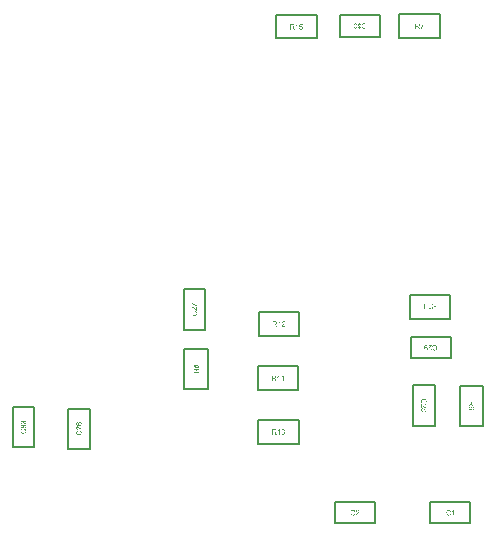
<source format=gbr>
%FSTAX23Y23*%
%MOIN*%
%SFA1B1*%

%IPPOS*%
%ADD13C,0.005905*%
%LNpcb1_top_assembly-1*%
%LPD*%
G36*
X0137Y02411D02*
X01363D01*
X01362Y02406*
X01362Y02406*
X01362Y02406*
X01362Y02406*
X01362Y02406*
X01362Y02406*
X01362Y02406*
X01363Y02407*
X01363Y02407*
X01364Y02407*
X01365Y02407*
X01365Y02407*
X01365*
X01366Y02407*
X01366Y02407*
X01366Y02407*
X01366Y02407*
X01367Y02407*
X01367Y02407*
X01368Y02407*
X01368Y02406*
X01368Y02406*
X01369Y02406*
X01369Y02406*
X01369Y02405*
X01369Y02405*
X01369Y02405*
X01369Y02405*
X01369Y02405*
X0137Y02405*
X0137Y02405*
X0137Y02405*
X0137Y02404*
X0137Y02404*
X0137Y02404*
X0137Y02403*
X0137Y02403*
X01371Y02403*
X01371Y02402*
X01371Y02402*
X01371Y02401*
Y02401*
Y02401*
Y02401*
X01371Y02401*
X01371Y02401*
X01371Y024*
X01371Y024*
X01371Y024*
X0137Y02399*
X0137Y02399*
X0137Y02398*
X0137Y02398*
X0137Y02398*
X01369Y02397*
X01369Y02397*
X01369Y02397*
X01369Y02397*
X01369Y02397*
X01369Y02397*
X01369Y02397*
X01368Y02396*
X01368Y02396*
X01368Y02396*
X01367Y02396*
X01367Y02396*
X01367Y02395*
X01366Y02395*
X01366Y02395*
X01365Y02395*
X01365Y02395*
X01364*
X01364Y02395*
X01364Y02395*
X01364Y02395*
X01364Y02395*
X01363Y02395*
X01363Y02395*
X01362Y02396*
X01362Y02396*
X01361Y02396*
X01361Y02396*
X01361Y02396*
X01361Y02396*
X01361Y02396*
X01361Y02397*
X01361Y02397*
X0136Y02397*
X0136Y02397*
X0136Y02397*
X0136Y02397*
X0136Y02398*
X0136Y02398*
X01359Y02398*
X01359Y02399*
X01359Y024*
X01359Y024*
X01361Y024*
Y024*
Y024*
X01361Y024*
X01361Y024*
X01361Y024*
X01362Y02399*
X01362Y02399*
X01362Y02398*
X01362Y02398*
X01362Y02398*
X01362Y02398*
X01363Y02398*
X01363Y02397*
X01363Y02397*
X01363Y02397*
X01364Y02397*
X01364Y02397*
X01365Y02397*
X01365*
X01365Y02397*
X01365Y02397*
X01366Y02397*
X01366Y02397*
X01366Y02397*
X01367Y02398*
X01367Y02398*
X01367Y02398*
X01367Y02398*
X01367Y02398*
X01367Y02398*
X01368Y02398*
X01368Y02398*
X01368Y02399*
X01368Y02399*
X01368Y024*
X01368Y024*
X01368Y02401*
Y02401*
Y02401*
Y02401*
Y02401*
X01368Y02401*
Y02402*
X01368Y02402*
X01368Y02402*
X01368Y02403*
X01368Y02403*
X01368Y02404*
X01367Y02404*
Y02404*
X01367Y02404*
X01367Y02404*
X01367Y02404*
X01367Y02405*
X01366Y02405*
X01366Y02405*
X01365Y02405*
X01365Y02405*
X01364*
X01364Y02405*
X01364Y02405*
X01364Y02405*
X01363Y02405*
X01363Y02405*
X01363Y02405*
X01363Y02405*
X01363Y02405*
X01362Y02404*
X01362Y02404*
X01362Y02404*
X01362Y02404*
X01362Y02404*
X01361Y02403*
X01359Y02404*
X01361Y02413*
X0137*
Y02411*
G37*
G36*
X01353Y02395D02*
X01351D01*
Y02409*
X01351Y02409*
X01351Y02409*
X01351Y02409*
X01351Y02409*
X0135Y02408*
X0135Y02408*
X0135Y02408*
X01349Y02408*
X01349*
X01349Y02408*
X01349Y02408*
X01349Y02407*
X01348Y02407*
X01348Y02407*
X01348Y02407*
X01347Y02407*
X01347Y02407*
Y02409*
X01347*
X01347Y02409*
X01347Y02409*
X01347Y02409*
X01347Y02409*
X01348Y02409*
X01348Y02409*
X01349Y0241*
X01349Y0241*
X0135Y0241*
X0135Y02411*
X0135Y02411*
X0135Y02411*
X0135Y02411*
X0135Y02411*
X01351Y02411*
X01351Y02411*
X01351Y02412*
X01352Y02412*
X01352Y02413*
X01352Y02413*
X01353*
Y02395*
G37*
G36*
X01337Y02413D02*
X01337D01*
X01338Y02413*
X01338Y02413*
X01339Y02413*
X01339Y02413*
X0134Y02413*
X0134Y02413*
X0134*
X0134Y02412*
X0134Y02412*
X0134Y02412*
X01341Y02412*
X01341Y02412*
X01341Y02412*
X01341Y02411*
X01342Y02411*
Y02411*
X01342Y02411*
X01342Y02411*
X01342Y0241*
X01342Y0241*
X01342Y0241*
X01342Y02409*
X01343Y02409*
X01343Y02408*
Y02408*
Y02408*
Y02408*
X01343Y02408*
Y02408*
X01342Y02408*
X01342Y02407*
X01342Y02407*
X01342Y02406*
X01342Y02406*
X01342Y02405*
X01341Y02405*
X01341Y02405*
X01341Y02405*
X01341Y02405*
X01341Y02405*
X01341Y02405*
X01341Y02405*
X01341Y02404*
X0134Y02404*
X0134Y02404*
X0134Y02404*
X0134Y02404*
X01339Y02404*
X01339Y02404*
X01338Y02404*
X01338Y02403*
X01338Y02403*
X01338Y02403*
X01338Y02403*
X01338Y02403*
X01338Y02403*
X01339Y02403*
X01339Y02403*
X01339Y02402*
X01339Y02402*
X01339Y02402*
X01339Y02402*
X0134Y02402*
X0134Y02402*
X0134Y02401*
X01341Y02401*
X01341Y024*
X01344Y02395*
X01341*
X01339Y02399*
Y02399*
X01339Y02399*
X01339Y02399*
X01339Y02399*
X01338Y024*
X01338Y024*
X01338Y024*
X01338Y02401*
X01337Y02401*
X01337Y02401*
X01337Y02401*
X01337Y02402*
X01337Y02402*
X01337Y02402*
X01336Y02402*
X01336Y02402*
X01336Y02403*
X01336Y02403*
X01336Y02403*
X01336Y02403*
X01335Y02403*
X01335Y02403*
X01335Y02403*
X01335Y02403*
X01335*
X01335Y02403*
X01335*
X01334Y02403*
X01334Y02403*
X01334*
X01334Y02403*
X01331*
Y02395*
X01328*
Y02413*
X01337*
X01337Y02413*
G37*
G36*
X01561Y02416D02*
X01561Y02416D01*
X01561Y02416*
X01561Y02416*
X01562Y02416*
X01562Y02416*
X01563Y02415*
X01563Y02415*
X01564Y02415*
X01564Y02415*
X01564Y02415*
X01564Y02415*
X01564Y02414*
X01564Y02414*
X01564Y02414*
X01565Y02414*
X01565Y02414*
X01565Y02414*
X01565Y02414*
X01565Y02413*
X01565Y02413*
X01566Y02412*
X01566Y02412*
X01566Y02411*
X01566Y02411*
X01564Y02411*
Y02411*
X01564Y02411*
X01564Y02411*
X01564Y02411*
X01564Y02411*
X01564Y02411*
X01563Y02412*
X01563Y02412*
X01563Y02413*
X01563Y02413*
X01562Y02413*
X01562Y02413*
X01562Y02413*
X01562Y02414*
X01562Y02414*
X01562Y02414*
X01561Y02414*
X01561Y02414*
X0156Y02414*
X0156*
X0156Y02414*
X0156Y02414*
X01559Y02414*
X01559Y02414*
X01559Y02414*
X01558Y02413*
X01558Y02413*
X01558Y02413*
X01558Y02413*
X01557Y02413*
X01557Y02412*
X01557Y02412*
X01557Y02412*
X01557Y02411*
X01557Y0241*
Y0241*
Y0241*
Y0241*
X01557Y0241*
X01557Y0241*
X01557Y0241*
X01557Y02409*
X01557Y02409*
X01557Y02408*
X01558Y02408*
X01558Y02408*
X01558Y02408*
X01558Y02408*
X01558Y02407*
X01559Y02407*
X01559Y02407*
X0156Y02407*
X0156Y02407*
X0156*
X01561Y02407*
X01561Y02407*
X01561Y02407*
X01561Y02407*
X01562Y02407*
X01561Y02405*
X01561*
X01561Y02405*
X01561*
X01561Y02405*
X0156Y02405*
X0156Y02405*
X01559Y02405*
X01559Y02405*
X01559Y02405*
X01559*
X01559Y02405*
X01558Y02405*
X01558Y02404*
X01558Y02404*
X01558Y02404*
X01558Y02403*
X01557Y02403*
X01557Y02403*
Y02402*
Y02402*
Y02402*
Y02402*
X01557Y02402*
X01558Y02402*
X01558Y02401*
X01558Y02401*
X01558Y02401*
X01558Y024*
X01558Y024*
X01558Y024*
X01559Y024*
X01559Y024*
X01559Y024*
X01559Y024*
X0156Y024*
X0156Y024*
X01561*
X01561Y024*
X01561Y024*
X01561Y024*
X01562Y024*
X01562Y024*
X01562Y024*
X01562Y024*
X01563Y02401*
X01563Y02401*
X01563Y02401*
X01563Y02401*
X01563Y02402*
X01563Y02402*
X01564Y02403*
X01566Y02402*
Y02402*
X01566Y02402*
X01566Y02402*
X01566Y02402*
X01566Y02402*
X01565Y02402*
X01565Y02401*
X01565Y02401*
X01565Y024*
X01564Y024*
X01564Y02399*
X01564Y02399*
X01564Y02399*
X01564Y02399*
X01564Y02399*
X01564Y02399*
X01563Y02399*
X01563Y02399*
X01563Y02398*
X01562Y02398*
X01562Y02398*
X01561Y02398*
X01561Y02398*
X0156*
X0156Y02398*
X0156Y02398*
X01559Y02398*
X01559Y02398*
X01558Y02398*
X01558Y02399*
X01558*
X01558Y02399*
X01558Y02399*
X01557Y02399*
X01557Y02399*
X01557Y02399*
X01556Y02399*
X01556Y024*
X01556Y024*
X01556Y024*
X01556Y024*
X01556Y02401*
X01556Y02401*
X01555Y02401*
X01555Y02402*
X01555Y02402*
X01555Y02402*
Y02403*
Y02403*
X01555Y02403*
X01555Y02403*
X01555Y02403*
X01555Y02404*
X01556Y02404*
X01556Y02405*
X01556Y02405*
X01556Y02405*
X01556Y02405*
X01556Y02405*
X01557Y02405*
X01557Y02406*
X01557Y02406*
X01558Y02406*
X01558*
X01558Y02406*
X01558Y02406*
X01557Y02406*
X01557Y02406*
X01557Y02406*
X01556Y02407*
X01556Y02407*
X01556Y02407*
X01555Y02408*
X01555Y02408*
X01555Y02408*
X01555Y02408*
X01555Y02408*
X01555Y02409*
X01554Y02409*
X01554Y0241*
X01554Y0241*
Y0241*
Y02411*
Y02411*
X01554Y02411*
X01554Y02411*
X01554Y02411*
X01555Y02411*
X01555Y02412*
X01555Y02412*
X01555Y02413*
X01555Y02413*
X01555Y02413*
X01555Y02414*
X01556Y02414*
X01556Y02414*
X01556Y02414*
X01556Y02414*
X01556Y02414*
X01556Y02415*
X01557Y02415*
X01557Y02415*
X01557Y02415*
X01557Y02415*
X01558Y02415*
X01558Y02415*
X01558Y02416*
X01559Y02416*
X01559Y02416*
X01559Y02416*
X0156Y02416*
X0156Y02416*
X01561*
X01561Y02416*
G37*
G36*
X01576D02*
X01576D01*
X01576Y02416*
X01577Y02416*
X01577Y02416*
X01578Y02416*
X01578Y02415*
X01579Y02415*
X0158Y02415*
X0158Y02415*
X0158Y02415*
X0158Y02415*
X0158Y02415*
X0158Y02415*
X0158Y02414*
X0158Y02414*
X01581Y02414*
X01581Y02414*
X01581Y02414*
X01581Y02413*
X01582Y02413*
X01582Y02412*
X01583Y02411*
Y02411*
X01583Y02411*
X01583Y02411*
X01583Y02411*
X01583Y02411*
X01583Y02411*
X01583Y0241*
X01583Y0241*
X01583Y0241*
X01583Y02409*
X01583Y02408*
X01583Y02408*
X01584Y02407*
Y02407*
Y02407*
Y02406*
X01583Y02406*
Y02406*
X01583Y02406*
X01583Y02405*
X01583Y02405*
X01583Y02404*
X01583Y02403*
X01583Y02403*
X01582Y02402*
X01582Y02402*
X01582Y02402*
X01582Y02402*
X01582Y02402*
X01582Y02401*
X01582Y02401*
X01582Y02401*
X01581Y024*
X01581Y024*
X0158Y02399*
X01579Y02399*
X01579Y02399*
X01579Y02399*
X01579Y02399*
X01579Y02399*
X01579Y02398*
X01579Y02398*
X01578Y02398*
X01578Y02398*
X01578Y02398*
X01578Y02398*
X01577Y02398*
X01576Y02398*
X01575Y02398*
X01575*
X01575Y02398*
X01575Y02398*
X01574Y02398*
X01574Y02398*
X01574Y02398*
X01573Y02398*
X01572Y02398*
X01572Y02398*
X01571Y02399*
X01571Y02399*
X01571Y02399*
X01571Y02399*
X01571Y02399*
X01571Y02399*
X0157Y02399*
X0157Y02399*
X0157Y024*
X0157Y024*
X0157Y024*
X0157Y024*
X01569Y02401*
X01569Y02401*
X01569Y02401*
X01569Y02402*
X01569Y02402*
X01568Y02402*
X01568Y02403*
X01571Y02403*
Y02403*
X01571Y02403*
X01571Y02403*
X01571Y02403*
X01571Y02403*
X01571Y02403*
X01571Y02402*
X01571Y02402*
X01572Y02401*
X01572Y02401*
X01572Y02401*
X01572Y024*
X01573Y024*
X01573Y024*
X01573Y024*
X01574Y024*
X01574Y024*
X01575Y024*
X01575Y024*
X01575*
X01576Y024*
X01576*
X01576Y024*
X01576Y024*
X01577Y024*
X01578Y024*
X01578Y024*
X01579Y02401*
X01579*
X01579Y02401*
X01579Y02401*
X01579Y02401*
X01579Y02401*
X0158Y02402*
X0158Y02402*
X0158Y02403*
X01581Y02403*
Y02403*
X01581Y02403*
X01581Y02403*
X01581Y02404*
X01581Y02404*
X01581Y02404*
X01581Y02404*
X01581Y02405*
X01581Y02405*
X01581Y02406*
X01581Y02407*
Y02407*
Y02407*
Y02407*
Y02407*
X01581Y02407*
Y02407*
X01581Y02408*
X01581Y02408*
X01581Y02409*
X01581Y02409*
X01581Y0241*
X0158Y02411*
Y02411*
X0158Y02411*
X0158Y02411*
X0158Y02411*
X0158Y02411*
X0158Y02412*
X0158Y02412*
X01579Y02412*
X01579Y02413*
X01578Y02413*
X01578*
X01578Y02413*
X01578Y02413*
X01578Y02413*
X01578Y02413*
X01578Y02413*
X01578Y02414*
X01577Y02414*
X01577Y02414*
X01576Y02414*
X01575Y02414*
X01575*
X01575Y02414*
X01575*
X01575Y02414*
X01574Y02414*
X01574Y02414*
X01573Y02413*
X01573Y02413*
X01572Y02413*
X01572Y02413*
X01572Y02413*
X01572Y02413*
X01572Y02413*
X01572Y02413*
X01572Y02412*
X01572Y02412*
X01572Y02412*
X01571Y02412*
X01571Y02412*
X01571Y02411*
X01571Y02411*
X01571Y02411*
X01571Y02411*
X0157Y0241*
X0157Y0241*
X0157Y02409*
X01568Y0241*
Y0241*
X01568Y0241*
X01568Y0241*
X01568Y02411*
X01568Y02411*
X01568Y02411*
X01568Y02411*
X01569Y02412*
X01569Y02412*
X01569Y02413*
X0157Y02413*
X0157Y02414*
X0157Y02414*
X01571Y02414*
X01571Y02414*
X01571Y02414*
X01571Y02415*
X01571Y02415*
X01571Y02415*
X01571Y02415*
X01572Y02415*
X01572Y02415*
X01572Y02415*
X01573Y02415*
X01573Y02416*
X01573Y02416*
X01574Y02416*
X01574Y02416*
X01575Y02416*
X01575Y02416*
X01576*
X01576Y02416*
G37*
G36*
X01547D02*
X01547Y02416D01*
X01547Y02416*
X01548Y02416*
X01548Y02416*
X01548Y02416*
X01549Y02415*
X01549Y02415*
X01549Y02415*
X0155Y02415*
X0155Y02415*
X0155Y02414*
X0155Y02414*
X0155Y02414*
X01551Y02414*
X01551Y02414*
X01551Y02414*
X01551Y02413*
X01551Y02413*
X01551Y02413*
X01551Y02412*
X01551Y02412*
X01552Y02411*
X01552Y02411*
X01552Y0241*
X01552Y02409*
X01552Y02409*
X01552Y02408*
X01552Y02407*
Y02407*
Y02407*
Y02407*
Y02406*
X01552Y02406*
Y02406*
X01552Y02405*
X01552Y02405*
X01552Y02404*
X01552Y02403*
X01552Y02403*
X01552Y02402*
X01552Y02402*
Y02402*
X01552Y02402*
X01551Y02402*
X01551Y02402*
X01551Y02401*
X01551Y02401*
X01551Y02401*
X01551Y024*
X0155Y024*
X0155Y02399*
X0155Y02399*
X0155*
X0155Y02399*
X0155Y02399*
X01549Y02399*
X01549Y02399*
X01549Y02399*
X01549Y02398*
X01548Y02398*
X01548Y02398*
X01547Y02398*
X01546Y02398*
X01546*
X01546Y02398*
X01546Y02398*
X01545Y02398*
X01545Y02398*
X01544Y02398*
X01544Y02398*
X01544*
X01544Y02398*
X01544Y02399*
X01544Y02399*
X01543Y02399*
X01543Y02399*
X01543Y02399*
X01542Y024*
X01542Y024*
X01542Y024*
X01542Y024*
X01542Y02401*
X01542Y02401*
X01542Y02401*
X01541Y02402*
X01541Y02402*
X01541Y02403*
Y02403*
X01541Y02403*
X01541Y02403*
X01541Y02403*
X01541Y02403*
X01541Y02403*
X01541Y02404*
X01541Y02404*
X01541Y02404*
X01541Y02404*
X01541Y02405*
X01541Y02405*
X01541Y02406*
Y02406*
X01541Y02406*
Y02407*
Y02407*
Y02407*
Y02407*
Y02407*
X01541Y02408*
Y02408*
X01541Y02408*
X01541Y02409*
X01541Y0241*
X01541Y0241*
X01541Y02411*
X01541Y02412*
X01541Y02412*
Y02412*
X01541Y02412*
X01541Y02412*
X01541Y02412*
X01542Y02412*
X01542Y02413*
X01542Y02413*
X01542Y02413*
X01542Y02414*
X01543Y02414*
X01543Y02415*
X01543*
X01543Y02415*
X01543Y02415*
X01543Y02415*
X01544Y02415*
X01544Y02415*
X01544Y02415*
X01545Y02416*
X01545Y02416*
X01546Y02416*
X01546Y02416*
X01547*
X01547Y02416*
G37*
G36*
X01775Y02414D02*
X01775Y02414D01*
X01774Y02413*
X01774Y02413*
X01774Y02413*
X01774Y02413*
X01774Y02413*
X01774Y02413*
X01773Y02412*
X01773Y02412*
X01773Y02412*
X01773Y02411*
X01772Y02411*
X01772Y0241*
X01772Y0241*
X01771Y02409*
X01771Y02409*
X01771Y02409*
X01771Y02409*
X01771Y02409*
X01771Y02408*
X01771Y02408*
X01771Y02408*
X0177Y02407*
X0177Y02407*
X0177Y02406*
X0177Y02406*
X0177Y02405*
X01769Y02405*
X01769Y02404*
X01769Y02403*
Y02403*
X01769Y02403*
X01769Y02402*
X01769Y02402*
X01768Y02402*
X01768Y02402*
X01768Y02402*
X01768Y02401*
X01768Y02401*
X01768Y02401*
X01768Y024*
X01768Y02399*
X01768Y02398*
X01766*
Y02398*
Y02398*
Y02398*
X01766Y02398*
Y02398*
X01766Y02399*
X01766Y02399*
X01766Y02399*
X01766Y024*
X01766Y024*
X01766Y024*
X01766Y02401*
X01766Y02401*
X01766Y02402*
X01766Y02403*
Y02403*
X01766Y02403*
X01766Y02403*
X01767Y02403*
X01767Y02404*
X01767Y02404*
X01767Y02404*
X01767Y02405*
X01767Y02405*
X01767Y02406*
X01768Y02406*
X01768Y02408*
X01769Y02409*
X01769Y02409*
X01769Y02409*
X01769Y02409*
X01769Y02409*
X01769Y02409*
X01769Y02409*
X01769Y0241*
X0177Y0241*
X0177Y02411*
X01771Y02412*
X01771Y02412*
X01772Y02413*
X01763*
Y02415*
X01775*
Y02414*
G37*
G36*
X01754Y02415D02*
X01755D01*
X01755Y02415*
X01756Y02415*
X01756Y02415*
X01757Y02415*
X01757Y02415*
X01757Y02415*
X01758*
X01758Y02415*
X01758Y02415*
X01758Y02415*
X01758Y02415*
X01759Y02414*
X01759Y02414*
X01759Y02414*
X01759Y02413*
Y02413*
X01759Y02413*
X0176Y02413*
X0176Y02413*
X0176Y02413*
X0176Y02412*
X0176Y02412*
X0176Y02411*
X0176Y02411*
Y02411*
Y02411*
Y0241*
X0176Y0241*
Y0241*
X0176Y0241*
X0176Y0241*
X0176Y02409*
X0176Y02409*
X01759Y02408*
X01759Y02408*
X01759Y02407*
X01759Y02407*
X01759Y02407*
X01759Y02407*
X01759Y02407*
X01759Y02407*
X01758Y02407*
X01758Y02407*
X01758Y02407*
X01758Y02407*
X01758Y02407*
X01757Y02406*
X01757Y02406*
X01757Y02406*
X01756Y02406*
X01756Y02406*
X01755Y02406*
X01755Y02406*
X01755Y02406*
X01756Y02406*
X01756Y02406*
X01756Y02405*
X01756Y02405*
X01757Y02405*
X01757Y02405*
X01757Y02405*
X01757Y02405*
X01757Y02404*
X01758Y02404*
X01758Y02404*
X01758Y02403*
X01759Y02403*
X01762Y02398*
X01759*
X01756Y02402*
Y02402*
X01756Y02402*
X01756Y02402*
X01756Y02402*
X01756Y02402*
X01756Y02402*
X01756Y02403*
X01755Y02403*
X01755Y02404*
X01755Y02404*
X01755Y02404*
X01755Y02404*
X01754Y02404*
X01754Y02404*
X01754Y02405*
X01754Y02405*
X01753Y02405*
X01753Y02405*
X01753Y02405*
X01753Y02405*
X01753Y02405*
X01753Y02405*
X01753Y02405*
X01752Y02406*
X01752*
X01752Y02406*
X01752*
X01752Y02406*
X01752Y02406*
X01752*
X01751Y02406*
X01748*
Y02398*
X01746*
Y02415*
X01754*
X01754Y02415*
G37*
G36*
X01816Y01462D02*
X01808D01*
X01808Y01462*
X01808*
X01807Y01462*
X01806Y01462*
X01806Y01462*
X01805Y01462*
X01805Y01462*
X01805Y01462*
X01805*
X01805Y01462*
X01805Y01462*
X01804Y01462*
X01804Y01463*
X01804Y01463*
X01803Y01463*
X01803Y01463*
X01803Y01464*
Y01464*
X01803Y01464*
X01803Y01464*
X01803Y01464*
X01802Y01465*
X01802Y01465*
X01802Y01466*
X01802Y01466*
X01802Y01467*
Y01467*
Y01467*
Y01467*
X01802Y01467*
Y01467*
X01802Y01467*
X01802Y01468*
X01802Y01468*
X01803Y01469*
X01803Y01469*
X01803Y01469*
X01803Y0147*
X01803Y0147*
X01803Y0147*
X01803Y0147*
X01804Y0147*
X01804Y0147*
X01804Y0147*
X01804Y0147*
X01804Y0147*
X01804Y01471*
X01805Y01471*
X01805Y01471*
X01805Y01471*
X01806Y01471*
X01806Y01471*
X01807Y01471*
X01807Y01471*
X01807Y01471*
X01807Y01471*
X01807Y01471*
X01807Y01472*
X01806Y01472*
X01806Y01472*
X01806Y01472*
X01806Y01472*
X01805Y01472*
X01805Y01473*
X01805Y01473*
X01805Y01473*
X01804Y01474*
X01804Y01474*
X01804Y01475*
X01801Y01479*
X01804*
X01806Y01476*
Y01476*
X01806Y01476*
X01806Y01476*
X01806Y01475*
X01806Y01475*
X01806Y01475*
X01807Y01474*
X01807Y01474*
X01807Y01474*
X01808Y01473*
X01808Y01473*
X01808Y01473*
X01808Y01473*
X01808Y01473*
X01808Y01472*
X01809Y01472*
X01809Y01472*
X01809Y01472*
X01809Y01472*
X01809Y01472*
X01809Y01472*
X01809Y01472*
X01809Y01472*
X0181Y01472*
X0181*
X0181Y01472*
X0181*
X0181Y01472*
X0181Y01472*
X01811*
X01811Y01472*
X01814*
Y01479*
X01816*
Y01462*
G37*
G36*
X01779Y01475D02*
X01786D01*
Y01473*
X01778Y01462*
X01776*
Y01473*
X01774*
Y01475*
X01776*
Y01479*
X01779*
Y01475*
G37*
G36*
X01793Y01466D02*
X01793Y01466D01*
X01793Y01466*
X01794Y01466*
X01794Y01466*
X01794Y01466*
X01795Y01466*
X01795Y01467*
X01795Y01467*
X01795*
X01795Y01467*
X01796Y01467*
X01796Y01467*
X01796Y01467*
X01796Y01468*
X01797Y01468*
X01797Y01468*
X01798Y01468*
Y01466*
X01798*
X01798Y01466*
X01797Y01466*
X01797Y01466*
X01797Y01466*
X01797Y01466*
X01797Y01465*
X01796Y01465*
X01796Y01465*
X01795Y01464*
X01794Y01464*
X01794Y01464*
X01794Y01464*
X01794Y01464*
X01794Y01464*
X01794Y01464*
X01794Y01463*
X01793Y01463*
X01793Y01462*
X01793Y01462*
X01793Y01462*
X01791*
Y01479*
X01793*
Y01466*
G37*
G36*
X01306Y01063D02*
X01306Y01062D01*
X01306Y01062*
X01307Y01062*
X01307Y01062*
X01308Y01062*
X01308*
X01308Y01062*
X01308Y01062*
X01308Y01062*
X01309Y01061*
X01309Y01061*
X01309Y01061*
X01309Y01061*
X0131Y0106*
X0131Y0106*
X0131Y0106*
X0131Y0106*
X0131Y0106*
X0131Y01059*
X0131Y01059*
X0131Y01058*
X0131Y01058*
Y01058*
Y01058*
X0131Y01058*
X0131Y01057*
X0131Y01057*
X0131Y01057*
X0131Y01056*
X0131Y01056*
X0131Y01056*
X0131Y01056*
X01309Y01056*
X01309Y01055*
X01309Y01055*
X01309Y01055*
X01308Y01055*
X01308Y01054*
X01308*
X01308Y01054*
X01308Y01054*
X01308Y01054*
X01308Y01054*
X01309Y01054*
X01309Y01054*
X0131Y01054*
X0131Y01053*
X0131Y01053*
X0131Y01053*
X0131Y01053*
X01311Y01052*
X01311Y01052*
X01311Y01052*
X01311Y01051*
X01311Y01051*
X01311Y0105*
Y0105*
Y0105*
Y0105*
X01311Y0105*
X01311Y01049*
X01311Y01049*
X01311Y01049*
X01311Y01049*
X01311Y01048*
X01311Y01048*
X01311Y01047*
X0131Y01047*
X0131Y01047*
X0131Y01046*
X0131Y01046*
X01309Y01046*
X01309Y01046*
X01309Y01046*
X01309Y01046*
X01309Y01046*
X01309Y01046*
X01309Y01045*
X01308Y01045*
X01308Y01045*
X01308Y01045*
X01307Y01045*
X01307Y01045*
X01307Y01045*
X01306Y01045*
X01306Y01045*
X01305Y01045*
X01305*
X01305Y01045*
X01305Y01045*
X01304Y01045*
X01304Y01045*
X01304Y01045*
X01303Y01045*
X01303Y01045*
X01302Y01045*
X01302Y01045*
X01302Y01046*
X01301Y01046*
X01301Y01046*
X01301Y01046*
X01301Y01046*
X01301Y01046*
X01301Y01046*
X01301Y01046*
X01301Y01047*
X01301Y01047*
X013Y01047*
X013Y01047*
X013Y01048*
X013Y01049*
X013Y01049*
X013Y01049*
X01302Y0105*
Y0105*
X01302Y0105*
X01302Y0105*
X01302Y01049*
X01302Y01049*
X01302Y01049*
X01302Y01049*
X01302Y01048*
X01303Y01048*
X01303Y01047*
X01303Y01047*
X01303Y01047*
X01303Y01047*
X01303Y01047*
X01304Y01047*
X01304Y01047*
X01304Y01046*
X01305Y01046*
X01305Y01046*
X01305*
X01306Y01046*
X01306Y01046*
X01306Y01046*
X01307Y01047*
X01307Y01047*
X01307Y01047*
X01308Y01047*
X01308Y01047*
X01308Y01048*
X01308Y01048*
X01308Y01048*
X01309Y01048*
X01309Y01049*
X01309Y01049*
X01309Y0105*
Y0105*
Y0105*
Y0105*
X01309Y0105*
X01309Y0105*
X01309Y01051*
X01309Y01051*
X01309Y01052*
X01308Y01052*
X01308Y01052*
X01308Y01052*
X01308Y01053*
X01308Y01053*
X01307Y01053*
X01307Y01053*
X01306Y01053*
X01306Y01053*
X01305Y01053*
X01305*
X01305Y01053*
X01305Y01053*
X01305Y01053*
X01304Y01053*
X01304Y01053*
X01304Y01055*
X01304*
X01304Y01055*
X01305*
X01305Y01055*
X01305Y01055*
X01306Y01055*
X01306Y01055*
X01307Y01056*
X01307Y01056*
X01307*
X01307Y01056*
X01307Y01056*
X01307Y01056*
X01308Y01056*
X01308Y01057*
X01308Y01057*
X01308Y01057*
X01308Y01058*
Y01058*
Y01058*
Y01058*
Y01058*
X01308Y01058*
X01308Y01059*
X01308Y01059*
X01308Y01059*
X01308Y0106*
X01307Y0106*
X01307Y0106*
X01307Y0106*
X01307Y0106*
X01307Y0106*
X01306Y0106*
X01306Y01061*
X01306Y01061*
X01305Y01061*
X01305*
X01305Y01061*
X01304Y01061*
X01304Y01061*
X01304Y0106*
X01303Y0106*
X01303Y0106*
X01303Y0106*
X01303Y0106*
X01303Y0106*
X01303Y01059*
X01302Y01059*
X01302Y01059*
X01302Y01058*
X01302Y01058*
X013Y01058*
Y01058*
X013Y01058*
X013Y01058*
X013Y01058*
X013Y01059*
X013Y01059*
X013Y01059*
X01301Y0106*
X01301Y0106*
X01301Y01061*
X01302Y01061*
X01302Y01061*
X01302Y01061*
X01302Y01061*
X01302Y01062*
X01302Y01062*
X01302Y01062*
X01302Y01062*
X01303Y01062*
X01303Y01062*
X01304Y01062*
X01304Y01062*
X01305Y01063*
X01305*
X01306Y01063*
G37*
G36*
X01294Y01045D02*
X01292D01*
Y01059*
X01292Y01059*
X01292Y01058*
X01292Y01058*
X01291Y01058*
X01291Y01058*
X01291Y01058*
X0129Y01057*
X0129Y01057*
X0129*
X0129Y01057*
X0129Y01057*
X01289Y01057*
X01289Y01057*
X01289Y01057*
X01288Y01056*
X01288Y01056*
X01288Y01056*
Y01058*
X01288*
X01288Y01058*
X01288Y01058*
X01288Y01058*
X01288Y01058*
X01288Y01058*
X01289Y01059*
X01289Y01059*
X0129Y01059*
X0129Y0106*
X01291Y0106*
X01291Y0106*
X01291Y0106*
X01291Y0106*
X01291Y0106*
X01291Y01061*
X01292Y01061*
X01292Y01061*
X01292Y01062*
X01292Y01062*
X01293Y01063*
X01294*
Y01045*
G37*
G36*
X01277Y01062D02*
X01278D01*
X01278Y01062*
X01279Y01062*
X01279Y01062*
X0128Y01062*
X0128Y01062*
X0128Y01062*
X0128*
X0128Y01062*
X01281Y01062*
X01281Y01062*
X01281Y01062*
X01281Y01061*
X01282Y01061*
X01282Y01061*
X01282Y0106*
Y0106*
X01282Y0106*
X01283Y0106*
X01283Y0106*
X01283Y01059*
X01283Y01059*
X01283Y01059*
X01283Y01058*
X01283Y01058*
Y01058*
Y01058*
Y01057*
X01283Y01057*
Y01057*
X01283Y01057*
X01283Y01057*
X01283Y01056*
X01283Y01055*
X01282Y01055*
X01282Y01055*
X01282Y01054*
X01282Y01054*
X01282Y01054*
X01282Y01054*
X01282Y01054*
X01282Y01054*
X01281Y01054*
X01281Y01054*
X01281Y01054*
X01281Y01054*
X0128Y01054*
X0128Y01053*
X0128Y01053*
X01279Y01053*
X01279Y01053*
X01279Y01053*
X01278Y01053*
X01278Y01053*
X01278Y01053*
X01278Y01053*
X01279Y01053*
X01279Y01052*
X01279Y01052*
X0128Y01052*
X0128Y01052*
X0128Y01052*
X0128Y01052*
X0128Y01051*
X0128Y01051*
X01281Y01051*
X01281Y0105*
X01282Y0105*
X01285Y01045*
X01282*
X01279Y01048*
Y01049*
X01279Y01049*
X01279Y01049*
X01279Y01049*
X01279Y01049*
X01279Y01049*
X01278Y0105*
X01278Y0105*
X01278Y01051*
X01278Y01051*
X01278Y01051*
X01278Y01051*
X01277Y01051*
X01277Y01051*
X01277Y01052*
X01277Y01052*
X01276Y01052*
X01276Y01052*
X01276Y01052*
X01276Y01052*
X01276Y01052*
X01276Y01052*
X01276Y01052*
X01275Y01053*
X01275*
X01275Y01053*
X01275*
X01275Y01053*
X01275Y01053*
X01275*
X01274Y01053*
X01271*
Y01045*
X01269*
Y01062*
X01277*
X01277Y01062*
G37*
G36*
X01308Y01422D02*
X01308Y01422D01*
X01308Y01422*
X01308Y01422*
X01309Y01422*
X01309Y01422*
X0131Y01422*
X0131Y01422*
X01311Y01421*
X01311Y01421*
X01311Y01421*
X01311Y01421*
X01311Y01421*
X01311Y01421*
X01311Y01421*
X01311Y01421*
X01312Y0142*
X01312Y0142*
X01312Y0142*
X01312Y01419*
X01312Y01419*
X01313Y01419*
X01313Y01418*
X01313Y01418*
X01313Y01417*
Y01417*
Y01417*
X01313Y01417*
X01313Y01417*
X01313Y01417*
X01312Y01416*
X01312Y01416*
X01312Y01415*
X01312Y01415*
X01312Y01415*
X01312Y01415*
X01312Y01415*
X01312Y01414*
X01311Y01414*
X01311Y01414*
X01311Y01413*
X01311Y01413*
X01311Y01413*
X0131Y01413*
X0131Y01413*
X0131Y01413*
X0131Y01412*
X0131Y01412*
X01309Y01412*
X01309Y01412*
X01309Y01411*
X01309Y01411*
X01308Y01411*
X01308Y0141*
X01307Y0141*
X01307Y0141*
X01307Y0141*
X01307Y0141*
X01307Y0141*
X01307Y0141*
X01307Y0141*
X01306Y01409*
X01306Y01409*
X01306Y01408*
X01305Y01408*
X01305Y01408*
X01305Y01408*
X01305Y01408*
X01305Y01408*
X01305Y01408*
X01305Y01408*
X01304Y01407*
X01304Y01407*
X01304Y01407*
X01313*
Y01405*
X01301*
Y01405*
Y01405*
Y01405*
X01301Y01405*
X01301Y01405*
X01301Y01406*
X01301Y01406*
X01301Y01406*
Y01406*
X01301Y01406*
X01301Y01406*
X01301Y01407*
X01302Y01407*
X01302Y01407*
X01302Y01408*
X01302Y01408*
X01303Y01409*
Y01409*
X01303Y01409*
X01303Y01409*
X01303Y01409*
X01303Y01409*
X01304Y0141*
X01304Y0141*
X01305Y01411*
X01305Y01411*
X01306Y01411*
X01306Y01411*
X01306Y01411*
X01306Y01412*
X01306Y01412*
X01306Y01412*
X01307Y01412*
X01307Y01413*
X01308Y01413*
X01308Y01414*
X01309Y01414*
X01309Y01414*
X01309Y01415*
X01309Y01415*
Y01415*
X01309Y01415*
X01309Y01415*
X0131Y01415*
X0131Y01415*
X0131Y01416*
X0131Y01416*
X0131Y01417*
X0131Y01417*
X0131Y01418*
Y01418*
Y01418*
X0131Y01418*
X0131Y01418*
X0131Y01418*
X0131Y01419*
X0131Y01419*
X0131Y01419*
X01309Y0142*
X01309Y0142*
X01309Y0142*
X01309Y0142*
X01309Y0142*
X01308Y0142*
X01308Y0142*
X01308Y01421*
X01307Y01421*
X01307*
X01307Y01421*
X01306Y01421*
X01306Y0142*
X01306Y0142*
X01305Y0142*
X01305Y0142*
X01305Y0142*
X01304Y0142*
X01304Y01419*
X01304Y01419*
X01304Y01419*
X01304Y01419*
X01304Y01418*
X01304Y01418*
X01304Y01417*
X01301Y01417*
Y01417*
X01301Y01417*
Y01418*
X01301Y01418*
X01301Y01418*
X01302Y01418*
X01302Y01418*
X01302Y01419*
X01302Y01419*
X01302Y0142*
X01302Y0142*
X01303Y01421*
X01303Y01421*
X01303Y01421*
X01303Y01421*
X01303Y01421*
X01303Y01421*
X01303Y01421*
X01304Y01421*
X01304Y01421*
X01304Y01422*
X01304Y01422*
X01304Y01422*
X01305Y01422*
X01305Y01422*
X01305Y01422*
X01306Y01422*
X01306Y01422*
X01307Y01422*
X01307Y01422*
X01307*
X01308Y01422*
G37*
G36*
X01296Y01405D02*
X01294D01*
Y01418*
X01294Y01418*
X01293Y01418*
X01293Y01418*
X01293Y01418*
X01293Y01418*
X01292Y01418*
X01292Y01417*
X01291Y01417*
X01291*
X01291Y01417*
X01291Y01417*
X01291Y01417*
X01291Y01417*
X0129Y01416*
X0129Y01416*
X0129Y01416*
X01289Y01416*
Y01418*
X01289*
X01289Y01418*
X01289Y01418*
X0129Y01418*
X0129Y01418*
X0129Y01418*
X0129Y01419*
X01291Y01419*
X01291Y01419*
X01292Y0142*
X01292Y0142*
X01292Y0142*
X01292Y0142*
X01292Y0142*
X01293Y0142*
X01293Y0142*
X01293Y01421*
X01293Y01421*
X01294Y01422*
X01294Y01422*
X01294Y01422*
X01296*
Y01405*
G37*
G36*
X01279Y01422D02*
X01279D01*
X0128Y01422*
X0128Y01422*
X01281Y01422*
X01282Y01422*
X01282Y01422*
X01282Y01422*
X01282*
X01282Y01422*
X01282Y01422*
X01283Y01422*
X01283Y01421*
X01283Y01421*
X01283Y01421*
X01284Y01421*
X01284Y0142*
Y0142*
X01284Y0142*
X01284Y0142*
X01284Y0142*
X01284Y01419*
X01285Y01419*
X01285Y01419*
X01285Y01418*
X01285Y01417*
Y01417*
Y01417*
Y01417*
X01285Y01417*
Y01417*
X01285Y01417*
X01285Y01416*
X01284Y01416*
X01284Y01415*
X01284Y01415*
X01284Y01415*
X01284Y01414*
X01284Y01414*
X01283Y01414*
X01283Y01414*
X01283Y01414*
X01283Y01414*
X01283Y01414*
X01283Y01414*
X01283Y01414*
X01282Y01413*
X01282Y01413*
X01282Y01413*
X01281Y01413*
X01281Y01413*
X01281Y01413*
X0128Y01413*
X0128Y01413*
X0128Y01413*
X0128Y01413*
X0128Y01413*
X0128Y01412*
X01281Y01412*
X01281Y01412*
X01281Y01412*
X01281Y01412*
X01281Y01412*
X01282Y01411*
X01282Y01411*
X01282Y01411*
X01282Y0141*
X01283Y0141*
X01283Y01409*
X01286Y01405*
X01283*
X01281Y01408*
Y01408*
X01281Y01408*
X01281Y01408*
X01281Y01409*
X01281Y01409*
X0128Y01409*
X0128Y0141*
X0128Y0141*
X0128Y0141*
X01279Y01411*
X01279Y01411*
X01279Y01411*
X01279Y01411*
X01279Y01411*
X01278Y01412*
X01278Y01412*
X01278Y01412*
X01278Y01412*
X01278Y01412*
X01278Y01412*
X01278Y01412*
X01278Y01412*
X01277Y01412*
X01277Y01412*
X01277*
X01277Y01412*
X01277*
X01277Y01412*
X01277Y01412*
X01276*
X01276Y01412*
X01273*
Y01405*
X01271*
Y01422*
X01279*
X01279Y01422*
G37*
G36*
X01307Y01224D02*
X01305D01*
Y01237*
X01304Y01237*
X01304Y01237*
X01304Y01237*
X01304Y01237*
X01304Y01237*
X01303Y01237*
X01303Y01236*
X01302Y01236*
X01302*
X01302Y01236*
X01302Y01236*
X01302Y01236*
X01302Y01236*
X01301Y01235*
X01301Y01235*
X01301Y01235*
X013Y01235*
Y01237*
X013*
X013Y01237*
X013Y01237*
X013Y01237*
X01301Y01237*
X01301Y01237*
X01301Y01238*
X01302Y01238*
X01302Y01238*
X01303Y01239*
X01303Y01239*
X01303Y01239*
X01303Y01239*
X01303Y01239*
X01304Y01239*
X01304Y01239*
X01304Y0124*
X01304Y0124*
X01305Y01241*
X01305Y01241*
X01305Y01241*
X01307*
Y01224*
G37*
G36*
X01293D02*
X01291D01*
Y01237*
X01291Y01237*
X01291Y01237*
X0129Y01237*
X0129Y01237*
X0129Y01237*
X0129Y01237*
X01289Y01236*
X01289Y01236*
X01289*
X01289Y01236*
X01289Y01236*
X01288Y01236*
X01288Y01236*
X01288Y01235*
X01287Y01235*
X01287Y01235*
X01286Y01235*
Y01237*
X01286*
X01287Y01237*
X01287Y01237*
X01287Y01237*
X01287Y01237*
X01287Y01237*
X01288Y01238*
X01288Y01238*
X01289Y01238*
X01289Y01239*
X0129Y01239*
X0129Y01239*
X0129Y01239*
X0129Y01239*
X0129Y01239*
X0129Y01239*
X0129Y0124*
X01291Y0124*
X01291Y01241*
X01291Y01241*
X01292Y01241*
X01293*
Y01224*
G37*
G36*
X01276Y01241D02*
X01277D01*
X01277Y01241*
X01278Y01241*
X01278Y01241*
X01279Y01241*
X01279Y01241*
X01279Y01241*
X01279*
X01279Y01241*
X0128Y01241*
X0128Y01241*
X0128Y0124*
X0128Y0124*
X01281Y0124*
X01281Y0124*
X01281Y01239*
Y01239*
X01281Y01239*
X01281Y01239*
X01282Y01239*
X01282Y01238*
X01282Y01238*
X01282Y01238*
X01282Y01237*
X01282Y01236*
Y01236*
Y01236*
Y01236*
X01282Y01236*
Y01236*
X01282Y01236*
X01282Y01235*
X01282Y01235*
X01282Y01234*
X01281Y01234*
X01281Y01234*
X01281Y01233*
X01281Y01233*
X01281Y01233*
X01281Y01233*
X01281Y01233*
X0128Y01233*
X0128Y01233*
X0128Y01233*
X0128Y01233*
X0128Y01232*
X01279Y01232*
X01279Y01232*
X01279Y01232*
X01278Y01232*
X01278Y01232*
X01278Y01232*
X01277Y01232*
X01277Y01232*
X01277Y01232*
X01277Y01232*
X01278Y01231*
X01278Y01231*
X01278Y01231*
X01278Y01231*
X01278Y01231*
X01279Y01231*
X01279Y0123*
X01279Y0123*
X01279Y0123*
X0128Y01229*
X0128Y01229*
X0128Y01228*
X01283Y01224*
X01281*
X01278Y01227*
Y01227*
X01278Y01227*
X01278Y01227*
X01278Y01228*
X01278Y01228*
X01278Y01228*
X01277Y01229*
X01277Y01229*
X01277Y01229*
X01277Y0123*
X01276Y0123*
X01276Y0123*
X01276Y0123*
X01276Y0123*
X01276Y01231*
X01276Y01231*
X01275Y01231*
X01275Y01231*
X01275Y01231*
X01275Y01231*
X01275Y01231*
X01275Y01231*
X01275Y01231*
X01274Y01231*
X01274*
X01274Y01231*
X01274*
X01274Y01231*
X01274Y01231*
X01274*
X01273Y01231*
X0127*
Y01224*
X01268*
Y01241*
X01276*
X01276Y01241*
G37*
G36*
X01942Y01147D02*
X01942Y01147D01*
Y01146*
X01942Y01146*
X01942Y01145*
X01942Y01145*
X01941Y01144*
X01941Y01144*
X01941Y01144*
Y01144*
X01941Y01144*
X01941Y01143*
X01941Y01143*
X01941Y01143*
X01941Y01143*
X0194Y01142*
X0194Y01142*
X0194Y01142*
X0194*
X0194Y01142*
X01939Y01142*
X01939Y01141*
X01939Y01141*
X01938Y01141*
X01938Y01141*
X01938Y01141*
X01937Y01141*
X01937*
X01937*
X01937*
X01937Y01141*
X01937*
X01936Y01141*
X01936Y01141*
X01935Y01141*
X01935Y01141*
X01934Y01142*
X01934Y01142*
X01934Y01142*
X01934Y01142*
X01934Y01142*
X01934Y01142*
X01934Y01142*
X01934Y01142*
X01933Y01143*
X01933Y01143*
X01933Y01143*
X01933Y01143*
X01933Y01144*
X01933Y01144*
X01933Y01144*
X01932Y01145*
X01932Y01145*
X01932Y01145*
X01932Y01146*
X01932Y01146*
X01932Y01146*
X01932Y01146*
X01932Y01145*
X01932Y01145*
X01931Y01145*
X01931Y01144*
X01931Y01144*
X01931Y01144*
X01931Y01144*
X01931Y01144*
X0193Y01144*
X0193Y01143*
X01929Y01143*
X01929Y01143*
X01924Y01139*
Y01142*
X01928Y01145*
X01928*
X01928Y01145*
X01928Y01145*
X01928Y01145*
X01928Y01145*
X01929Y01145*
X01929Y01146*
X0193Y01146*
X0193Y01146*
X0193Y01146*
X0193Y01146*
X0193Y01146*
X01931Y01147*
X01931Y01147*
X01931Y01147*
X01931Y01147*
X01931Y01148*
X01931Y01148*
X01931Y01148*
X01932Y01148*
X01932Y01148*
X01932Y01148*
X01932Y01148*
X01932Y01149*
Y01149*
X01932Y01149*
Y01149*
X01932Y01149*
X01932Y01149*
Y01149*
X01932Y0115*
Y01153*
X01924*
Y01155*
X01942*
Y01147*
G37*
G36*
X01933Y01138D02*
X01933D01*
X01934Y01138*
X01934Y01138*
X01935Y01138*
X01935Y01138*
X01936Y01138*
X01936Y01138*
X01937Y01138*
X01938Y01137*
X01938Y01137*
X01939Y01137*
X01939Y01137*
X0194Y01136*
X0194Y01136*
X0194Y01136*
X0194Y01136*
X0194Y01136*
X0194Y01136*
X0194Y01136*
X01941Y01135*
X01941Y01135*
X01941Y01135*
X01941Y01135*
X01941Y01134*
X01942Y01134*
X01942Y01133*
X01942Y01133*
X01942Y01132*
X01942Y01132*
Y01132*
X01942Y01132*
Y01131*
X01942Y01131*
X01942Y01131*
X01942Y0113*
X01941Y0113*
X01941Y01129*
X01941Y01129*
X01941Y01128*
X01941Y01128*
X01941Y01128*
X01941Y01128*
X01941Y01128*
X0194Y01128*
X0194Y01128*
X0194Y01128*
X01939Y01127*
X01939Y01127*
X01938Y01127*
X01938Y01127*
X01937Y01129*
X01937*
X01937Y01129*
X01938Y01129*
X01938Y01129*
X01938Y01129*
X01938Y01129*
X01939Y01129*
X01939Y0113*
X01939Y0113*
X01939Y0113*
X01939Y0113*
X01939Y0113*
X0194Y0113*
X0194Y01131*
X0194Y01131*
X0194Y01132*
X0194Y01132*
Y01132*
X0194Y01132*
X0194Y01133*
X0194Y01133*
X0194Y01133*
X0194Y01134*
X0194Y01134*
X0194Y01134*
X01939Y01134*
X01939Y01134*
X01939Y01134*
X01939Y01135*
X01938Y01135*
X01938Y01135*
X01937Y01135*
X01937*
X01937Y01135*
X01937Y01136*
X01937Y01136*
X01937Y01136*
X01937Y01136*
X01937Y01136*
X01936Y01136*
X01936Y01136*
X01936Y01136*
X01935Y01136*
X01935Y01136*
X01935Y01136*
X01934Y01136*
X01934Y01136*
X01933*
X01933Y01136*
X01933Y01136*
X01934Y01136*
X01934Y01136*
X01934Y01135*
X01935Y01135*
X01935Y01135*
X01935Y01134*
Y01134*
X01935Y01134*
X01935Y01134*
X01935Y01134*
X01935Y01133*
X01935Y01133*
X01936Y01133*
X01936Y01132*
X01936Y01132*
Y01132*
X01936Y01131*
X01936Y01131*
X01936Y01131*
X01935Y01131*
X01935Y0113*
X01935Y0113*
X01935Y0113*
X01935Y01129*
X01935Y01129*
X01935Y01129*
X01934Y01128*
X01934Y01128*
X01934Y01128*
X01934Y01128*
X01934Y01128*
X01934Y01128*
X01934Y01128*
X01933Y01128*
X01933Y01127*
X01933Y01127*
X01933Y01127*
X01932Y01127*
X01932Y01127*
X01932Y01127*
X01931Y01127*
X01931Y01127*
X0193Y01127*
X0193Y01127*
X0193*
X0193*
X0193*
X0193*
X01929Y01127*
X01929*
X01929Y01127*
X01928Y01127*
X01928Y01127*
X01927Y01127*
X01927Y01127*
X01927*
X01927Y01127*
X01927Y01127*
X01927Y01127*
X01926Y01128*
X01926Y01128*
X01926Y01128*
X01925Y01128*
X01925Y01129*
X01925Y01129*
Y01129*
X01925Y01129*
X01925Y01129*
X01925Y01129*
X01924Y0113*
X01924Y0113*
X01924Y0113*
X01924Y01131*
X01924Y01132*
X01924Y01132*
Y01132*
X01924Y01132*
Y01133*
X01924Y01133*
X01924Y01133*
X01924Y01133*
X01924Y01134*
X01924Y01134*
X01924Y01134*
X01925Y01135*
X01925Y01135*
X01925Y01135*
X01925Y01136*
X01926Y01136*
X01926Y01137*
X01926Y01137*
X01926Y01137*
X01926Y01137*
X01926Y01137*
X01926Y01137*
X01927Y01137*
X01927Y01137*
X01927Y01137*
X01928Y01138*
X01928Y01138*
X01929Y01138*
X01929Y01138*
X0193Y01138*
X01931Y01138*
X01932Y01138*
X01932Y01138*
X01932*
X01932*
X01933*
X01933*
X01933Y01138*
G37*
G36*
X01019Y01278D02*
X01019Y01278D01*
X01019Y01278*
X01019Y01278*
X0102Y01278*
X0102Y01278*
X01021Y01278*
X01021Y01277*
X01022Y01277*
X01022Y01277*
X01022Y01277*
X01022Y01277*
X01022Y01277*
X01023Y01277*
X01023Y01276*
X01023Y01276*
X01023Y01276*
X01023Y01276*
X01023Y01276*
X01024Y01275*
X01024Y01275*
X01024Y01274*
X01024Y01274*
X01024Y01274*
X01024Y01273*
X01024Y01273*
X01024Y01272*
Y01272*
X01024Y01272*
X01024Y01272*
X01024Y01271*
X01024Y01271*
X01024Y01271*
X01024Y0127*
X01024Y01269*
X01024Y01269*
X01024Y01269*
X01023Y01268*
X01023Y01268*
X01023Y01268*
X01023Y01268*
X01023Y01268*
X01023Y01268*
X01023Y01268*
X01023Y01268*
X01022Y01268*
X01022Y01267*
X01022Y01267*
X01022Y01267*
X01021Y01267*
X0102Y01267*
X0102Y01267*
X0102Y01266*
X01019Y01269*
X01019*
X01019*
X0102Y01269*
X0102Y01269*
X0102Y01269*
X0102Y01269*
X01021Y01269*
X01021Y01269*
X01022Y0127*
X01022Y0127*
X01022Y0127*
X01022Y0127*
X01022Y0127*
X01022Y01271*
X01022Y01271*
X01023Y01271*
X01023Y01272*
X01023Y01272*
Y01272*
X01023Y01272*
X01023Y01273*
X01023Y01273*
X01022Y01273*
X01022Y01274*
X01022Y01274*
X01022Y01275*
X01022Y01275*
X01021Y01275*
X01021Y01275*
X01021Y01275*
X01021Y01275*
X01021Y01275*
X01021Y01275*
X0102Y01276*
X0102Y01276*
X01019Y01276*
X01019Y01276*
X01018*
X01018*
X01018*
X01018*
X01018Y01276*
X01018*
X01018Y01276*
X01017Y01276*
X01017Y01276*
X01016Y01275*
X01016Y01275*
X01015Y01275*
X01015*
X01015Y01275*
X01015Y01275*
X01015Y01274*
X01015Y01274*
X01015Y01274*
X01015Y01273*
X01014Y01273*
X01014Y01272*
Y01272*
X01014Y01272*
X01014Y01271*
X01014Y01271*
X01015Y01271*
X01015Y01271*
X01015Y0127*
X01015Y0127*
X01015Y0127*
X01015Y0127*
X01015Y0127*
X01015Y01269*
X01016Y01269*
X01016Y01269*
X01016Y01269*
X01016Y01267*
X01007Y01269*
Y01277*
X01009*
Y0127*
X01014Y01269*
X01014Y01269*
X01014Y01269*
X01013Y01269*
X01013Y0127*
X01013Y0127*
X01013Y0127*
X01013Y0127*
X01013Y01271*
X01013Y01271*
X01013Y01272*
X01012Y01272*
Y01273*
X01012Y01273*
X01013Y01273*
X01013Y01273*
X01013Y01274*
X01013Y01274*
X01013Y01275*
X01013Y01275*
X01013Y01275*
X01013Y01276*
X01014Y01276*
X01014Y01276*
X01014Y01277*
X01014Y01277*
X01014Y01277*
X01014Y01277*
X01014Y01277*
X01015Y01277*
X01015Y01277*
X01015Y01277*
X01015Y01277*
X01015Y01278*
X01016Y01278*
X01016Y01278*
X01016Y01278*
X01017Y01278*
X01017Y01278*
X01018Y01278*
X01018Y01278*
X01018*
X01018*
X01018*
X01019Y01278*
G37*
G36*
X01024Y01262D02*
X0102Y0126D01*
X0102*
X0102Y0126*
X0102Y0126*
X0102Y0126*
X0102Y01259*
X0102Y01259*
X01019Y01259*
X01019Y01259*
X01018Y01258*
X01018Y01258*
X01018Y01258*
X01018Y01258*
X01018Y01258*
X01018Y01258*
X01017Y01257*
X01017Y01257*
X01017Y01257*
X01017Y01257*
X01017Y01257*
X01017Y01257*
X01017Y01257*
X01017Y01256*
X01017Y01256*
X01016Y01256*
Y01256*
X01016Y01256*
Y01256*
X01016Y01256*
X01016Y01255*
Y01255*
X01016Y01255*
Y01252*
X01024*
Y0125*
X01007*
Y01258*
X01007Y01258*
Y01258*
X01007Y01259*
X01007Y01259*
X01007Y0126*
X01007Y0126*
X01007Y01261*
X01007Y01261*
Y01261*
X01007Y01261*
X01007Y01261*
X01007Y01261*
X01007Y01262*
X01008Y01262*
X01008Y01262*
X01008Y01263*
X01009Y01263*
X01009*
X01009Y01263*
X01009Y01263*
X01009Y01263*
X01009Y01263*
X0101Y01263*
X0101Y01264*
X01011Y01264*
X01011Y01264*
X01011*
X01011*
X01012*
X01012Y01264*
X01012*
X01012Y01264*
X01012Y01264*
X01013Y01263*
X01013Y01263*
X01014Y01263*
X01014Y01263*
X01015Y01262*
X01015Y01262*
X01015Y01262*
X01015Y01262*
X01015Y01262*
X01015Y01262*
X01015Y01262*
X01015Y01262*
X01015Y01262*
X01015Y01261*
X01015Y01261*
X01016Y01261*
X01016Y0126*
X01016Y0126*
X01016Y0126*
X01016Y01259*
X01016Y01259*
X01016Y01259*
X01016Y01259*
X01016Y01259*
X01016Y01259*
X01017Y0126*
X01017Y0126*
X01017Y0126*
X01017Y0126*
X01017Y0126*
X01017Y0126*
X01018Y01261*
X01018Y01261*
X01018Y01261*
X01019Y01262*
X01019Y01262*
X01024Y01265*
Y01262*
G37*
G36*
X00444Y01091D02*
X00444Y01091D01*
X00444Y01091*
X00444Y01091*
X00444Y01091*
X00445Y01091*
X00445Y0109*
X00446Y0109*
X00446Y0109*
X00446Y0109*
X00447Y0109*
X00447Y01089*
X00447Y01089*
X00447Y01089*
X00447Y01089*
X00447Y01089*
X00447Y01089*
X00448Y01089*
X00448Y01088*
X00448Y01088*
X00448Y01088*
X00448Y01087*
X00448Y01087*
X00448Y01087*
X00448Y01086*
X00449Y01086*
X00449Y01085*
X00449Y01085*
Y01085*
X00449Y01085*
X00449Y01084*
X00449Y01084*
X00449Y01084*
X00448Y01084*
X00448Y01083*
X00448Y01082*
X00448Y01082*
X00448Y01082*
X00447Y01081*
X00447Y01081*
X00447Y01081*
X00447Y01081*
X00447Y01081*
X00447Y01081*
X00447Y01081*
X00447Y01081*
X00447Y0108*
X00446Y0108*
X00446Y0108*
X00446Y0108*
X00445Y0108*
X00444Y0108*
X00444Y01079*
X00444Y01079*
X00443Y01082*
X00443*
X00443Y01082*
X00444Y01082*
X00444Y01082*
X00444Y01082*
X00444Y01082*
X00444Y01082*
X00445Y01082*
X00445Y01082*
X00446Y01083*
X00446Y01083*
X00446Y01083*
X00446Y01083*
X00446Y01083*
X00446Y01083*
X00447Y01084*
X00447Y01084*
X00447Y01085*
X00447Y01085*
Y01085*
X00447Y01085*
X00447Y01086*
X00447Y01086*
X00447Y01086*
X00446Y01087*
X00446Y01087*
X00446Y01088*
X00446Y01088*
X00446Y01088*
X00445Y01088*
X00445Y01088*
X00445Y01088*
X00444Y01088*
X00444Y01089*
X00443Y01089*
X00443*
X00443*
X00443*
X00443Y01089*
X00443Y01089*
X00442Y01089*
X00442Y01088*
X00441Y01088*
X00441Y01088*
X00441Y01088*
X00441Y01088*
X00441Y01087*
X0044Y01087*
X0044Y01087*
X0044Y01087*
X0044Y01086*
X0044Y01086*
X0044Y01085*
Y01085*
X0044Y01085*
X0044Y01085*
X0044Y01084*
X0044Y01084*
X0044Y01084*
X00438Y01084*
Y01084*
X00438Y01084*
Y01084*
X00438Y01085*
X00438Y01085*
X00438Y01085*
X00438Y01086*
X00438Y01086*
X00437Y01087*
Y01087*
X00437Y01087*
X00437Y01087*
X00437Y01087*
X00437Y01087*
X00436Y01088*
X00436Y01088*
X00436Y01088*
X00435Y01088*
X00435*
X00435*
X00435*
X00435*
X00435Y01088*
X00434Y01088*
X00434Y01088*
X00434Y01088*
X00433Y01087*
X00433Y01087*
X00433Y01087*
X00433Y01087*
X00433Y01087*
X00433Y01086*
X00433Y01086*
X00433Y01086*
X00432Y01085*
X00432Y01085*
Y01085*
X00432Y01085*
X00432Y01084*
X00433Y01084*
X00433Y01084*
X00433Y01083*
X00433Y01083*
X00433Y01083*
X00433Y01083*
X00434Y01083*
X00434Y01082*
X00434Y01082*
X00435Y01082*
X00435Y01082*
X00436Y01082*
X00435Y0108*
X00435*
X00435Y0108*
X00435Y0108*
X00435Y0108*
X00435Y0108*
X00434Y0108*
X00434Y0108*
X00433Y0108*
X00433Y01081*
X00432Y01081*
X00432Y01081*
X00432Y01081*
X00432Y01081*
X00432Y01082*
X00432Y01082*
X00432Y01082*
X00431Y01082*
X00431Y01082*
X00431Y01082*
X00431Y01083*
X00431Y01083*
X00431Y01084*
X00431Y01085*
Y01085*
X00431Y01085*
X00431Y01086*
X00431Y01086*
X00431Y01087*
X00431Y01087*
X00431Y01088*
Y01088*
X00431Y01088*
X00431Y01088*
X00431Y01088*
X00432Y01088*
X00432Y01089*
X00432Y01089*
X00433Y01089*
X00433Y01089*
X00433Y01089*
X00433Y0109*
X00433Y0109*
X00434Y0109*
X00434Y0109*
X00434Y0109*
X00435Y0109*
X00435Y0109*
X00435*
X00435*
X00436Y0109*
X00436Y0109*
X00436Y0109*
X00437Y0109*
X00437Y0109*
X00437Y01089*
X00437Y01089*
X00437Y01089*
X00438Y01089*
X00438Y01089*
X00438Y01089*
X00438Y01088*
X00439Y01088*
X00439Y01088*
Y01088*
X00439Y01088*
X00439Y01088*
X00439Y01088*
X00439Y01088*
X00439Y01089*
X00439Y01089*
X0044Y01089*
X0044Y0109*
X0044Y0109*
X0044Y0109*
X0044Y0109*
X00441Y0109*
X00441Y01091*
X00441Y01091*
X00442Y01091*
X00443Y01091*
X00443Y01091*
X00443*
X00443*
X00443*
X00444Y01091*
G37*
G36*
X00444Y01077D02*
X00444Y01077D01*
X00444Y01077*
X00444Y01077*
X00445Y01077*
X00445Y01077*
X00446Y01077*
X00446Y01077*
X00446Y01076*
X00446Y01076*
X00447Y01076*
X00447Y01076*
X00447Y01076*
X00447Y01076*
X00447Y01075*
X00447Y01075*
X00447Y01075*
X00448Y01075*
X00448Y01075*
X00448Y01075*
X00448Y01074*
X00448Y01074*
X00448Y01074*
X00448Y01073*
X00448Y01073*
X00449Y01072*
X00449Y01072*
X00449Y01071*
Y01071*
X00449Y01071*
X00449Y01071*
X00449Y01071*
X00449Y0107*
X00448Y0107*
X00448Y01069*
X00448Y01069*
X00448Y01069*
X00448Y01068*
X00448Y01068*
X00447Y01068*
X00447Y01067*
X00447Y01067*
X00447Y01067*
X00447Y01067*
X00447Y01067*
X00447Y01067*
X00446Y01067*
X00446Y01067*
X00446Y01066*
X00446Y01066*
X00445Y01066*
X00445Y01066*
X00444Y01066*
X00444Y01066*
X00444Y01066*
X00443Y01066*
X00443*
X00443*
X00443*
X00443Y01066*
X00443*
X00443Y01066*
X00442Y01066*
X00442Y01066*
X00441Y01066*
X00441Y01066*
X0044Y01066*
X0044*
X0044Y01067*
X0044Y01067*
X0044Y01067*
X0044Y01067*
X00439Y01067*
X00439Y01068*
X00439Y01068*
X00439Y01069*
Y01069*
X00439Y01069*
X00439Y01069*
X00439Y01069*
X00439Y01069*
X00438Y01068*
X00438Y01068*
X00438Y01068*
X00438Y01067*
X00437Y01067*
X00437Y01067*
X00437Y01067*
X00437Y01067*
X00437Y01067*
X00436Y01067*
X00436Y01066*
X00436Y01066*
X00435Y01066*
X00435*
X00435*
X00435*
X00435Y01066*
X00435Y01066*
X00434Y01066*
X00434Y01067*
X00434Y01067*
X00433Y01067*
X00433Y01067*
X00432Y01067*
X00432Y01067*
X00432Y01068*
X00432Y01068*
X00432Y01068*
X00432Y01068*
X00432Y01068*
X00432Y01068*
X00432Y01068*
X00431Y01068*
X00431Y01069*
X00431Y01069*
X00431Y01069*
X00431Y0107*
X00431Y0107*
X00431Y01071*
X00431Y01071*
X00431Y01071*
Y01072*
X00431Y01072*
X00431Y01072*
X00431Y01072*
X00431Y01072*
X00431Y01073*
X00431Y01073*
X00431Y01074*
X00431Y01074*
X00431Y01075*
X00432Y01075*
X00432Y01075*
X00432Y01075*
X00432Y01075*
X00432Y01075*
X00432Y01075*
X00432Y01075*
X00432Y01076*
X00433Y01076*
X00433Y01076*
X00434Y01076*
X00435Y01076*
X00435Y01077*
X00435Y01077*
X00435*
X00435*
X00435*
X00436Y01077*
X00436Y01076*
X00436Y01076*
X00437Y01076*
X00437Y01076*
X00437Y01076*
X00437Y01076*
X00438Y01076*
X00438Y01076*
X00438Y01075*
X00438Y01075*
X00438Y01075*
X00439Y01074*
X00439Y01074*
Y01074*
X00439Y01074*
X00439Y01074*
X00439Y01074*
X00439Y01075*
X00439Y01075*
X00439Y01075*
X0044Y01076*
X0044Y01076*
X0044Y01076*
X00441*
X00441Y01076*
X00441Y01077*
X00441Y01077*
X00441Y01077*
X00442Y01077*
X00442Y01077*
X00443Y01077*
X00443Y01077*
X00443*
X00443*
X00444*
X00444Y01077*
G37*
G36*
X00443Y01064D02*
X00443Y01064D01*
X00443Y01064*
X00443Y01063*
X00444Y01063*
X00444Y01063*
X00444Y01063*
X00445Y01063*
X00446Y01062*
X00446Y01062*
X00447Y01062*
X00447Y01061*
X00447Y01061*
X00447Y01061*
X00447Y01061*
X00447Y01061*
X00447Y01061*
X00447Y0106*
X00448Y0106*
X00448Y0106*
X00448Y0106*
X00448Y01059*
X00448Y01059*
X00448Y01059*
X00448Y01058*
X00449Y01058*
X00449Y01057*
X00449Y01057*
X00449Y01056*
Y01056*
X00449Y01056*
Y01056*
X00449Y01055*
X00449Y01055*
X00448Y01055*
X00448Y01054*
X00448Y01053*
X00448Y01052*
X00448Y01052*
X00447Y01052*
X00447Y01052*
X00447Y01052*
X00447Y01052*
X00447Y01051*
X00447Y01051*
X00447Y01051*
X00447Y01051*
X00447Y01051*
X00446Y0105*
X00446Y0105*
X00446Y0105*
X00445Y01049*
X00444Y01049*
X00444*
X00444Y01049*
X00444Y01049*
X00444Y01049*
X00444Y01049*
X00443Y01049*
X00443Y01049*
X00443Y01049*
X00442Y01048*
X00442Y01048*
X00441Y01048*
X0044Y01048*
X00439Y01048*
X00439*
X00439*
X00439*
X00439Y01048*
X00439*
X00438Y01048*
X00438Y01048*
X00438Y01048*
X00437Y01048*
X00436Y01048*
X00435Y01049*
X00435Y01049*
X00435Y01049*
X00434Y01049*
X00434Y01049*
X00434Y01049*
X00434Y01049*
X00434Y0105*
X00433Y0105*
X00433Y0105*
X00432Y01051*
X00432Y01051*
X00431Y01052*
X00431Y01052*
X00431Y01052*
X00431Y01052*
X00431Y01052*
X00431Y01053*
X00431Y01053*
X00431Y01053*
X00431Y01053*
X00431Y01054*
X00431Y01054*
X00431Y01055*
X0043Y01056*
X0043Y01056*
Y01057*
X0043Y01057*
X0043Y01057*
X0043Y01057*
X0043Y01058*
X00431Y01058*
X00431Y01059*
X00431Y01059*
X00431Y0106*
X00431Y0106*
X00431Y0106*
X00432Y01061*
X00432Y01061*
X00432Y01061*
X00432Y01061*
X00432Y01061*
X00432Y01061*
X00432Y01061*
X00432Y01062*
X00433Y01062*
X00433Y01062*
X00433Y01062*
X00434Y01062*
X00434Y01063*
X00434Y01063*
X00435Y01063*
X00435Y01063*
X00436Y01063*
X00436Y01061*
X00436*
X00436Y01061*
X00436Y01061*
X00436Y01061*
X00436Y01061*
X00435Y01061*
X00435Y01061*
X00435Y0106*
X00434Y0106*
X00434Y0106*
X00433Y01059*
X00433Y01059*
X00433Y01059*
X00433Y01059*
X00433Y01058*
X00433Y01058*
X00432Y01058*
X00432Y01057*
X00432Y01056*
Y01056*
X00432Y01056*
Y01056*
X00432Y01056*
X00432Y01055*
X00433Y01055*
X00433Y01054*
X00433Y01053*
X00433Y01053*
Y01053*
X00433Y01053*
X00434Y01053*
X00434Y01052*
X00434Y01052*
X00434Y01052*
X00435Y01052*
X00435Y01051*
X00436Y01051*
X00436*
X00436Y01051*
X00436Y01051*
X00436Y01051*
X00436Y01051*
X00437Y01051*
X00437Y01051*
X00438Y01051*
X00438Y01051*
X00439Y0105*
X00439Y0105*
X00439*
X00439*
X0044*
X0044*
X0044Y0105*
X0044*
X0044Y01051*
X00441Y01051*
X00441Y01051*
X00442Y01051*
X00443Y01051*
X00443Y01051*
X00443*
X00443Y01051*
X00443Y01051*
X00444Y01051*
X00444Y01051*
X00444Y01052*
X00445Y01052*
X00445Y01052*
X00445Y01053*
X00446Y01053*
Y01053*
X00446Y01053*
X00446Y01053*
X00446Y01053*
X00446Y01054*
X00446Y01054*
X00446Y01054*
X00446Y01054*
X00447Y01055*
X00447Y01056*
X00447Y01056*
Y01056*
X00447Y01056*
Y01057*
X00447Y01057*
X00446Y01057*
X00446Y01058*
X00446Y01058*
X00446Y01059*
X00446Y01059*
X00446Y01059*
X00445Y01059*
X00445Y0106*
X00445Y0106*
X00445Y0106*
X00445Y0106*
X00445Y0106*
X00445Y0106*
X00445Y0106*
X00444Y0106*
X00444Y01061*
X00444Y01061*
X00444Y01061*
X00443Y01061*
X00443Y01061*
X00443Y01061*
X00442Y01061*
X00443Y01064*
X00443*
X00443Y01064*
G37*
G36*
X01782Y01344D02*
X01782D01*
X01783Y01344*
X01783Y01343*
X01784Y01343*
X01784Y01343*
X01785Y01343*
X01785Y01343*
X01785Y01342*
X01785Y01342*
X01785Y01342*
X01785Y01342*
X01786Y01342*
X01786Y01342*
X01786Y01342*
X01786Y01342*
X01786Y01341*
X01787Y01341*
X01787Y0134*
X01787Y01339*
X01785Y01339*
Y01339*
X01785Y01339*
Y01339*
X01785Y01339*
X01785Y0134*
X01785Y0134*
X01784Y0134*
X01784Y01341*
X01784Y01341*
X01784Y01341*
X01784Y01341*
X01784Y01341*
X01784Y01341*
X01783Y01342*
X01783Y01342*
X01783Y01342*
X01782Y01342*
X01782Y01342*
X01782*
X01782Y01342*
X01781Y01342*
X01781Y01342*
X01781Y01342*
X0178Y01342*
X0178Y01341*
X0178Y01341*
X0178Y01341*
X0178Y01341*
X0178Y01341*
X0178Y01341*
X01779Y01341*
X01779Y0134*
X01779Y0134*
X01779Y0134*
X01779Y0134*
X01779Y0134*
X01779Y0134*
X01779Y01339*
X01778Y01339*
X01778Y01339*
X01778Y01338*
Y01338*
X01778Y01338*
Y01338*
X01778Y01338*
X01778Y01338*
X01778Y01337*
X01778Y01337*
X01778Y01336*
X01778Y01336*
X01778Y01335*
Y01335*
Y01335*
Y01335*
Y01335*
X01778Y01335*
X01778Y01335*
X01778Y01335*
X01778Y01336*
X01779Y01336*
X01779Y01336*
X01779Y01336*
X0178Y01337*
X0178Y01337*
X0178Y01337*
X0178Y01337*
X0178Y01337*
X01781Y01337*
X01781Y01337*
X01782Y01337*
X01782Y01337*
X01782*
X01782Y01337*
X01783Y01337*
X01783Y01337*
X01783Y01337*
X01783Y01337*
X01784Y01337*
X01784Y01337*
X01785Y01337*
X01785Y01336*
X01785Y01336*
X01785Y01336*
X01786Y01336*
X01786Y01336*
X01786Y01336*
X01786Y01336*
X01786Y01335*
X01786Y01335*
X01786Y01335*
X01786Y01335*
X01786Y01335*
X01787Y01334*
X01787Y01334*
X01787Y01334*
X01787Y01333*
X01787Y01333*
X01787Y01332*
X01787Y01332*
X01787Y01332*
Y01332*
Y01331*
Y01331*
X01787Y01331*
X01787Y01331*
X01787Y01331*
X01787Y0133*
X01787Y0133*
X01787Y01329*
X01787Y01329*
X01787Y01329*
X01786Y01328*
X01786Y01328*
X01786Y01328*
X01786Y01327*
X01786Y01327*
X01786Y01327*
X01786Y01327*
X01785Y01327*
X01785Y01327*
X01785Y01327*
X01785Y01327*
X01785Y01326*
X01784Y01326*
X01784Y01326*
X01783Y01326*
X01783Y01326*
X01783Y01326*
X01782Y01326*
X01782Y01326*
X01782*
X01781Y01326*
X01781*
X01781Y01326*
X01781Y01326*
X0178Y01326*
X0178Y01326*
X01779Y01326*
X01779Y01327*
X01779*
X01779Y01327*
X01778Y01327*
X01778Y01327*
X01778Y01327*
X01778Y01327*
X01777Y01328*
X01777Y01328*
X01777Y01329*
X01776Y01329*
Y01329*
X01776Y01329*
X01776Y01329*
X01776Y0133*
X01776Y0133*
X01776Y0133*
X01776Y0133*
X01776Y0133*
X01776Y01331*
X01776Y01331*
X01776Y01332*
X01776Y01332*
X01776Y01332*
X01776Y01333*
X01776Y01334*
Y01334*
Y01334*
Y01334*
Y01334*
Y01335*
X01776Y01335*
Y01335*
X01776Y01336*
X01776Y01336*
X01776Y01337*
X01776Y01338*
X01776Y01339*
X01776Y01339*
X01776Y0134*
Y0134*
X01776Y0134*
X01776Y0134*
X01777Y0134*
X01777Y0134*
X01777Y0134*
X01777Y01341*
X01777Y01341*
X01778Y01342*
X01778Y01342*
X01779Y01343*
X01779*
X01779Y01343*
X01779Y01343*
X01779Y01343*
X01779Y01343*
X01779Y01343*
X01779Y01343*
X0178Y01343*
X0178Y01343*
X01781Y01343*
X01781Y01344*
X01782Y01344*
X01782*
X01782Y01344*
G37*
G36*
X01811D02*
X01811D01*
X01811Y01344*
X01812Y01344*
X01812Y01343*
X01813Y01343*
X01813Y01343*
X01814Y01343*
X01815Y01343*
X01815Y01342*
X01815Y01342*
X01815Y01342*
X01815Y01342*
X01815Y01342*
X01815Y01342*
X01816Y01342*
X01816Y01342*
X01816Y01342*
X01816Y01341*
X01816Y01341*
X01817Y01341*
X01817Y0134*
X01818Y01339*
Y01339*
X01818Y01339*
X01818Y01339*
X01818Y01339*
X01818Y01339*
X01818Y01338*
X01818Y01338*
X01818Y01338*
X01818Y01337*
X01818Y01337*
X01818Y01336*
X01819Y01335*
X01819Y01334*
Y01334*
Y01334*
Y01334*
X01819Y01334*
Y01334*
X01819Y01333*
X01818Y01333*
X01818Y01333*
X01818Y01332*
X01818Y01331*
X01818Y0133*
X01818Y0133*
X01817Y0133*
X01817Y01329*
X01817Y01329*
X01817Y01329*
X01817Y01329*
X01817Y01329*
X01817Y01328*
X01816Y01328*
X01816Y01327*
X01815Y01327*
X01815Y01326*
X01815Y01326*
X01814Y01326*
X01814Y01326*
X01814Y01326*
X01814Y01326*
X01814Y01326*
X01814Y01326*
X01813Y01326*
X01813Y01326*
X01813Y01326*
X01812Y01326*
X01811Y01325*
X0181Y01325*
X0181*
X0181Y01325*
X0181Y01325*
X01809Y01325*
X01809Y01325*
X01809Y01326*
X01808Y01326*
X01807Y01326*
X01807Y01326*
X01806Y01326*
X01806Y01326*
X01806Y01327*
X01806Y01327*
X01806Y01327*
X01806Y01327*
X01805Y01327*
X01805Y01327*
X01805Y01327*
X01805Y01327*
X01805Y01328*
X01805Y01328*
X01804Y01328*
X01804Y01329*
X01804Y01329*
X01804Y01329*
X01804Y0133*
X01803Y0133*
X01803Y01331*
X01806Y01331*
Y01331*
X01806Y01331*
X01806Y01331*
X01806Y01331*
X01806Y01331*
X01806Y0133*
X01806Y0133*
X01806Y0133*
X01807Y01329*
X01807Y01329*
X01807Y01328*
X01807Y01328*
X01808Y01328*
X01808Y01328*
X01808Y01328*
X01809Y01328*
X01809Y01327*
X0181Y01327*
X0181Y01327*
X01811*
X01811Y01327*
X01811*
X01811Y01327*
X01811Y01327*
X01812Y01328*
X01813Y01328*
X01813Y01328*
X01814Y01328*
X01814*
X01814Y01328*
X01814Y01329*
X01814Y01329*
X01814Y01329*
X01815Y01329*
X01815Y0133*
X01815Y0133*
X01816Y01331*
Y01331*
X01816Y01331*
X01816Y01331*
X01816Y01331*
X01816Y01331*
X01816Y01332*
X01816Y01332*
X01816Y01333*
X01816Y01333*
X01816Y01334*
X01816Y01334*
Y01334*
Y01334*
Y01335*
Y01335*
X01816Y01335*
Y01335*
X01816Y01335*
X01816Y01336*
X01816Y01336*
X01816Y01337*
X01816Y01338*
X01816Y01338*
Y01338*
X01815Y01338*
X01815Y01338*
X01815Y01339*
X01815Y01339*
X01815Y01339*
X01815Y0134*
X01814Y0134*
X01814Y0134*
X01813Y01341*
X01813*
X01813Y01341*
X01813Y01341*
X01813Y01341*
X01813Y01341*
X01813Y01341*
X01813Y01341*
X01812Y01341*
X01812Y01342*
X01811Y01342*
X0181Y01342*
X0181*
X0181Y01342*
X0181*
X0181Y01342*
X01809Y01341*
X01809Y01341*
X01808Y01341*
X01808Y01341*
X01807Y01341*
X01807Y01341*
X01807Y0134*
X01807Y0134*
X01807Y0134*
X01807Y0134*
X01807Y0134*
X01807Y0134*
X01807Y0134*
X01806Y0134*
X01806Y01339*
X01806Y01339*
X01806Y01339*
X01806Y01339*
X01806Y01338*
X01806Y01338*
X01805Y01338*
X01805Y01337*
X01803Y01338*
Y01338*
X01803Y01338*
X01803Y01338*
X01803Y01338*
X01803Y01338*
X01803Y01339*
X01803Y01339*
X01804Y01339*
X01804Y0134*
X01804Y01341*
X01805Y01341*
X01805Y01342*
X01805Y01342*
X01806Y01342*
X01806Y01342*
X01806Y01342*
X01806Y01342*
X01806Y01342*
X01806Y01342*
X01806Y01343*
X01807Y01343*
X01807Y01343*
X01807Y01343*
X01808Y01343*
X01808Y01343*
X01808Y01343*
X01809Y01344*
X01809Y01344*
X0181Y01344*
X0181Y01344*
X01811*
X01811Y01344*
G37*
G36*
X01801Y01343D02*
Y01343D01*
Y01343*
X01801Y01343*
X01801Y01343*
X01801Y01342*
X01801Y01342*
X01801Y01342*
Y01342*
X01801Y01342*
X01801Y01342*
X01801Y01341*
X01801Y01341*
X018Y01341*
X018Y0134*
X018Y0134*
X018Y01339*
Y01339*
X018Y01339*
X01799Y01339*
X01799Y01339*
X01799Y01339*
X01798Y01338*
X01798Y01338*
X01797Y01337*
X01797Y01337*
X01797Y01337*
X01797Y01337*
X01796Y01337*
X01796Y01336*
X01796Y01336*
X01796Y01336*
X01796Y01336*
X01795Y01335*
X01795Y01335*
X01794Y01334*
X01794Y01334*
X01793Y01334*
X01793Y01333*
X01793Y01333*
Y01333*
X01793Y01333*
X01793Y01333*
X01793Y01333*
X01793Y01333*
X01792Y01332*
X01792Y01332*
X01792Y01331*
X01792Y01331*
X01792Y0133*
Y0133*
Y0133*
X01792Y0133*
X01792Y0133*
X01792Y0133*
X01792Y01329*
X01792Y01329*
X01792Y01329*
X01793Y01328*
X01793Y01328*
X01793Y01328*
X01793Y01328*
X01793Y01328*
X01794Y01328*
X01794Y01328*
X01795Y01327*
X01795Y01327*
X01795*
X01795Y01327*
X01796Y01327*
X01796Y01328*
X01796Y01328*
X01797Y01328*
X01797Y01328*
X01798Y01328*
X01798Y01328*
X01798Y01329*
X01798Y01329*
X01798Y01329*
X01798Y01329*
X01798Y0133*
X01799Y0133*
X01799Y01331*
X01801Y01331*
Y01331*
X01801Y01331*
Y0133*
X01801Y0133*
X01801Y0133*
X01801Y0133*
X01801Y0133*
X01801Y01329*
X018Y01329*
X018Y01328*
X018Y01328*
X018Y01327*
X01799Y01327*
X01799Y01327*
X01799Y01327*
X01799Y01327*
X01799Y01327*
X01799Y01327*
X01799Y01327*
X01799Y01327*
X01798Y01326*
X01798Y01326*
X01798Y01326*
X01797Y01326*
X01797Y01326*
X01797Y01326*
X01796Y01326*
X01796Y01326*
X01796Y01326*
X01795Y01326*
X01795*
X01795Y01326*
X01794Y01326*
X01794Y01326*
X01794Y01326*
X01794Y01326*
X01793Y01326*
X01792Y01326*
X01792Y01326*
X01792Y01327*
X01791Y01327*
X01791Y01327*
X01791Y01327*
X01791Y01327*
X01791Y01327*
X01791Y01327*
X01791Y01327*
X01791Y01328*
X0179Y01328*
X0179Y01328*
X0179Y01328*
X0179Y01329*
X0179Y01329*
X0179Y0133*
X0179Y0133*
X0179Y0133*
Y01331*
Y01331*
X0179Y01331*
X0179Y01331*
X0179Y01331*
X0179Y01332*
X0179Y01332*
X0179Y01333*
X0179Y01333*
X0179Y01333*
X0179Y01333*
X0179Y01333*
X01791Y01334*
X01791Y01334*
X01791Y01334*
X01792Y01335*
X01792Y01335*
X01792Y01335*
X01792Y01335*
X01792Y01335*
X01792Y01335*
X01792Y01336*
X01792Y01336*
X01793Y01336*
X01793Y01336*
X01793Y01337*
X01794Y01337*
X01794Y01337*
X01794Y01337*
X01795Y01338*
X01795Y01338*
X01795Y01338*
X01795Y01338*
X01795Y01338*
X01795Y01338*
X01795Y01338*
X01796Y01339*
X01796Y01339*
X01797Y01339*
X01797Y0134*
X01797Y0134*
X01797Y0134*
X01797Y0134*
X01797Y0134*
X01798Y0134*
X01798Y0134*
X01798Y01341*
X01798Y01341*
X01798Y01341*
X0179*
Y01343*
X01801*
Y01343*
G37*
G36*
X01775Y01164D02*
X01775D01*
X01776Y01164*
X01776Y01163*
X01776Y01163*
X01777Y01163*
X01778Y01163*
X01779Y01163*
X01779Y01163*
X01779Y01162*
X0178Y01162*
X0178Y01162*
X0178Y01162*
X0178Y01162*
X0178Y01162*
X01781Y01162*
X01781Y01161*
X01782Y01161*
X01782Y0116*
X01783Y0116*
X01783Y0116*
X01783Y01159*
X01783Y01159*
X01783Y01159*
X01783Y01159*
X01783Y01159*
X01783Y01159*
X01783Y01158*
X01783Y01158*
X01783Y01158*
X01783Y01157*
X01784Y01156*
X01784Y01155*
Y01155*
X01784Y01155*
X01784Y01155*
X01784Y01154*
X01784Y01154*
X01783Y01154*
X01783Y01153*
X01783Y01152*
X01783Y01152*
X01783Y01151*
X01783Y01151*
X01782Y01151*
X01782Y01151*
X01782Y01151*
X01782Y01151*
X01782Y0115*
X01782Y0115*
X01782Y0115*
X01782Y0115*
X01781Y0115*
X01781Y0115*
X01781Y01149*
X0178Y01149*
X0178Y01149*
X0178Y01149*
X01779Y01149*
X01779Y01148*
X01778Y01148*
X01778Y01151*
X01778*
X01778Y01151*
X01778Y01151*
X01778Y01151*
X01778Y01151*
X01779Y01151*
X01779Y01151*
X01779Y01151*
X0178Y01152*
X0178Y01152*
X01781Y01152*
X01781Y01152*
X01781Y01153*
X01781Y01153*
X01781Y01153*
X01781Y01154*
X01782Y01154*
X01782Y01155*
X01782Y01155*
Y01156*
X01782Y01156*
Y01156*
X01782Y01156*
X01782Y01156*
X01781Y01157*
X01781Y01158*
X01781Y01158*
X01781Y01159*
Y01159*
X01781Y01159*
X0178Y01159*
X0178Y01159*
X0178Y01159*
X0178Y0116*
X01779Y0116*
X01779Y0116*
X01778Y01161*
X01778*
X01778Y01161*
X01778Y01161*
X01778Y01161*
X01778Y01161*
X01777Y01161*
X01777Y01161*
X01776Y01161*
X01776Y01161*
X01775Y01161*
X01775Y01161*
X01775*
X01775*
X01774*
X01774*
X01774Y01161*
X01774*
X01774Y01161*
X01773Y01161*
X01773Y01161*
X01772Y01161*
X01771Y01161*
X01771Y01161*
X01771*
X01771Y0116*
X01771Y0116*
X0177Y0116*
X0177Y0116*
X0177Y0116*
X01769Y0116*
X01769Y01159*
X01769Y01159*
X01768Y01158*
Y01158*
X01768Y01158*
X01768Y01158*
X01768Y01158*
X01768Y01158*
X01768Y01158*
X01768Y01158*
X01768Y01157*
X01767Y01157*
X01767Y01156*
X01767Y01155*
Y01155*
X01767Y01155*
Y01155*
X01767Y01155*
X01768Y01154*
X01768Y01154*
X01768Y01153*
X01768Y01153*
X01768Y01152*
X01768Y01152*
X01769Y01152*
X01769Y01152*
X01769Y01152*
X01769Y01152*
X01769Y01152*
X01769Y01152*
X01769Y01152*
X01769Y01151*
X0177Y01151*
X0177Y01151*
X0177Y01151*
X0177Y01151*
X01771Y01151*
X01771Y01151*
X01771Y0115*
X01772Y0115*
X01771Y01148*
X01771*
X01771Y01148*
X01771Y01148*
X01771Y01148*
X01771Y01148*
X0177Y01148*
X0177Y01148*
X0177Y01149*
X01769Y01149*
X01768Y01149*
X01768Y0115*
X01767Y0115*
X01767Y0115*
X01767Y01151*
X01767Y01151*
X01767Y01151*
X01767Y01151*
X01767Y01151*
X01767Y01151*
X01766Y01151*
X01766Y01152*
X01766Y01152*
X01766Y01152*
X01766Y01153*
X01766Y01153*
X01766Y01153*
X01766Y01154*
X01765Y01154*
X01765Y01155*
X01765Y01155*
Y01156*
X01765Y01156*
Y01156*
X01765Y01156*
X01765Y01157*
X01766Y01157*
X01766Y01158*
X01766Y01158*
X01766Y01159*
X01766Y0116*
X01767Y0116*
X01767Y0116*
X01767Y0116*
X01767Y0116*
X01767Y0116*
X01767Y0116*
X01767Y01161*
X01767Y01161*
X01767Y01161*
X01768Y01161*
X01768Y01161*
X01768Y01162*
X01769Y01162*
X0177Y01163*
X0177*
X0177Y01163*
X0177Y01163*
X0177Y01163*
X0177Y01163*
X01771Y01163*
X01771Y01163*
X01771Y01163*
X01772Y01163*
X01772Y01163*
X01773Y01163*
X01774Y01164*
X01775Y01164*
X01775*
X01775*
X01775*
X01775Y01164*
G37*
G36*
X01766Y01146D02*
X01766Y01146D01*
X01767Y01146*
X01767Y01146*
X01767Y01146*
X01767*
X01767Y01146*
X01767Y01146*
X01768Y01146*
X01768Y01146*
X01768Y01145*
X01769Y01145*
X01769Y01145*
X0177Y01145*
X0177*
X0177Y01145*
X0177Y01144*
X0177Y01144*
X0177Y01144*
X01771Y01143*
X01771Y01143*
X01772Y01142*
X01772Y01142*
X01772Y01142*
X01772Y01142*
X01772Y01141*
X01773Y01141*
X01773Y01141*
X01773Y01141*
X01773Y01141*
X01774Y0114*
X01774Y0114*
X01775Y01139*
X01775Y01139*
X01775Y01138*
X01776Y01138*
X01776Y01138*
X01776*
X01776Y01138*
X01776Y01138*
X01776Y01138*
X01776Y01138*
X01777Y01137*
X01777Y01137*
X01778Y01137*
X01778Y01137*
X01779Y01137*
X01779*
X01779*
X01779Y01137*
X01779Y01137*
X01779Y01137*
X0178Y01137*
X0178Y01137*
X0178Y01137*
X01781Y01138*
X01781Y01138*
X01781Y01138*
X01781Y01138*
X01781Y01138*
X01781Y01139*
X01781Y01139*
X01782Y0114*
X01782Y0114*
Y0114*
X01782Y0114*
X01782Y01141*
X01781Y01141*
X01781Y01141*
X01781Y01142*
X01781Y01142*
X01781Y01143*
X01781Y01143*
X0178Y01143*
X0178Y01143*
X0178Y01143*
X0178Y01143*
X01779Y01143*
X01779Y01144*
X01778Y01144*
X01778Y01146*
X01778*
X01778Y01146*
X01779*
X01779Y01146*
X01779Y01146*
X01779Y01146*
X01779Y01146*
X0178Y01146*
X0178Y01145*
X01781Y01145*
X01781Y01145*
X01782Y01145*
X01782Y01144*
X01782Y01144*
X01782Y01144*
X01782Y01144*
X01782Y01144*
X01782Y01144*
X01782Y01144*
X01782Y01144*
X01783Y01143*
X01783Y01143*
X01783Y01143*
X01783Y01142*
X01783Y01142*
X01783Y01142*
X01783Y01141*
X01783Y01141*
X01783Y01141*
X01783Y0114*
Y0114*
X01783Y0114*
X01783Y01139*
X01783Y01139*
X01783Y01139*
X01783Y01139*
X01783Y01138*
X01783Y01137*
X01783Y01137*
X01782Y01137*
X01782Y01136*
X01782Y01136*
X01782Y01136*
X01782Y01136*
X01782Y01136*
X01782Y01136*
X01782Y01136*
X01781Y01136*
X01781Y01135*
X01781Y01135*
X01781Y01135*
X0178Y01135*
X0178Y01135*
X01779Y01135*
X01779Y01135*
X01779Y01135*
X01778*
X01778*
X01778Y01135*
X01778Y01135*
X01778Y01135*
X01777Y01135*
X01777Y01135*
X01776Y01135*
X01776Y01135*
X01776Y01135*
X01776Y01135*
X01776Y01135*
X01775Y01136*
X01775Y01136*
X01775Y01136*
X01774Y01137*
X01774Y01137*
X01774Y01137*
X01774Y01137*
X01774Y01137*
X01774Y01137*
X01773Y01137*
X01773Y01137*
X01773Y01138*
X01773Y01138*
X01772Y01138*
X01772Y01139*
X01772Y01139*
X01772Y01139*
X01771Y0114*
X01771Y0114*
X01771Y0114*
X01771Y0114*
X01771Y0114*
X01771Y0114*
X01771Y0114*
X0177Y01141*
X0177Y01141*
X0177Y01142*
X01769Y01142*
X01769Y01142*
X01769Y01142*
X01769Y01142*
X01769Y01142*
X01769Y01143*
X01769Y01143*
X01768Y01143*
X01768Y01143*
X01768Y01143*
Y01135*
X01766*
Y01146*
X01766*
X01766*
X01766*
X01766Y01146*
G37*
G36*
X01771Y01132D02*
X01771D01*
X01771Y01132*
X01772Y01132*
X01772Y01132*
X01773Y01132*
X01773Y01132*
X01774Y01131*
X01774*
X01774Y01131*
X01774Y01131*
X01774Y01131*
X01774Y01131*
X01775Y0113*
X01775Y0113*
X01775Y01129*
X01775Y01129*
Y01129*
X01775Y01129*
X01775Y01129*
X01775Y01129*
X01775Y01129*
X01776Y0113*
X01776Y0113*
X01776Y0113*
X01776Y01131*
X01777Y01131*
X01777Y01131*
X01777Y01131*
X01777Y01131*
X01777Y01131*
X01778Y01131*
X01778Y01131*
X01778Y01132*
X01779Y01132*
X01779*
X01779*
X01779*
X01779Y01132*
X01779Y01132*
X0178Y01131*
X0178Y01131*
X0178Y01131*
X01781Y01131*
X01781Y01131*
X01782Y01131*
X01782Y0113*
X01782Y0113*
X01782Y0113*
X01782Y0113*
X01782Y0113*
X01782Y0113*
X01782Y0113*
X01782Y0113*
X01783Y01129*
X01783Y01129*
X01783Y01129*
X01783Y01129*
X01783Y01128*
X01783Y01128*
X01783Y01127*
X01783Y01127*
X01783Y01127*
Y01126*
X01783Y01126*
X01783Y01126*
X01783Y01126*
X01783Y01125*
X01783Y01125*
X01783Y01125*
X01783Y01124*
X01783Y01124*
X01783Y01123*
X01782Y01123*
X01782Y01123*
X01782Y01123*
X01782Y01123*
X01782Y01123*
X01782Y01123*
X01782Y01122*
X01782Y01122*
X01781Y01122*
X01781Y01122*
X0178Y01122*
X01779Y01121*
X01779Y01121*
X01779Y01121*
X01779*
X01779*
X01779*
X01778Y01121*
X01778Y01121*
X01778Y01122*
X01777Y01122*
X01777Y01122*
X01777Y01122*
X01777Y01122*
X01776Y01122*
X01776Y01122*
X01776Y01123*
X01776Y01123*
X01776Y01123*
X01775Y01123*
X01775Y01124*
Y01124*
X01775Y01124*
X01775Y01124*
X01775Y01124*
X01775Y01123*
X01775Y01123*
X01775Y01123*
X01774Y01122*
X01774Y01122*
X01774Y01122*
X01773*
X01773Y01121*
X01773Y01121*
X01773Y01121*
X01773Y01121*
X01772Y01121*
X01772Y01121*
X01771Y01121*
X01771Y01121*
X01771*
X01771*
X0177*
X0177Y01121*
X0177Y01121*
X0177Y01121*
X0177Y01121*
X01769Y01121*
X01769Y01121*
X01768Y01121*
X01768Y01121*
X01768Y01122*
X01768Y01122*
X01767Y01122*
X01767Y01122*
X01767Y01122*
X01767Y01122*
X01767Y01122*
X01767Y01123*
X01767Y01123*
X01766Y01123*
X01766Y01123*
X01766Y01123*
X01766Y01124*
X01766Y01124*
X01766Y01124*
X01766Y01125*
X01766Y01125*
X01765Y01126*
X01765Y01126*
X01765Y01126*
Y01127*
X01765Y01127*
X01765Y01127*
X01765Y01127*
X01766Y01128*
X01766Y01128*
X01766Y01129*
X01766Y01129*
X01766Y01129*
X01766Y0113*
X01766Y0113*
X01767Y0113*
X01767Y01131*
X01767Y01131*
X01767Y01131*
X01767Y01131*
X01767Y01131*
X01767Y01131*
X01768Y01131*
X01768Y01131*
X01768Y01131*
X01768Y01132*
X01769Y01132*
X01769Y01132*
X0177Y01132*
X0177Y01132*
X0177Y01132*
X01771Y01132*
X01771*
X01771*
X01771*
X01771Y01132*
G37*
G36*
X01003Y01483D02*
X01003Y01483D01*
X01003Y01483*
X01003Y01483*
X01003Y01483*
X01003Y01483*
X01004Y01483*
X01004Y01482*
X01004Y01482*
X01005Y01482*
X01005Y01481*
X01005Y01481*
X01006Y01481*
X01006Y01481*
X01007Y0148*
X01007Y0148*
X01007Y0148*
X01008Y0148*
X01008Y0148*
X01008Y0148*
X01008Y0148*
X01008Y01479*
X01009Y01479*
X01009Y01479*
X0101Y01479*
X0101Y01479*
X01011Y01478*
X01011Y01478*
X01012Y01478*
X01013Y01477*
X01014*
X01014Y01477*
X01014Y01477*
X01014Y01477*
X01014Y01477*
X01014Y01477*
X01015Y01477*
X01015Y01477*
X01015Y01477*
X01016Y01477*
X01016Y01477*
X01017Y01477*
X01018Y01477*
Y01474*
X01018*
X01018*
X01018*
X01018Y01474*
X01018*
X01018Y01474*
X01017Y01474*
X01017Y01475*
X01017Y01475*
X01016Y01475*
X01016Y01475*
X01015Y01475*
X01015Y01475*
X01014Y01475*
X01013Y01475*
X01013*
X01013Y01475*
X01013Y01475*
X01013Y01475*
X01013Y01475*
X01012Y01476*
X01012Y01476*
X01012Y01476*
X01011Y01476*
X01011Y01476*
X0101Y01476*
X01009Y01477*
X01008Y01477*
X01008Y01477*
X01008Y01478*
X01007Y01478*
X01007Y01478*
X01007Y01478*
X01007Y01478*
X01006Y01478*
X01006Y01478*
X01005Y01479*
X01005Y01479*
X01004Y0148*
X01003Y01481*
Y01472*
X01001*
Y01483*
X01003*
X01003Y01483*
G37*
G36*
X01018Y01458D02*
X01018D01*
X01018*
X01018*
X01018Y01458*
X01018Y01458*
X01017Y01458*
X01017Y01458*
X01017Y01458*
X01017*
X01017Y01458*
X01017Y01458*
X01016Y01458*
X01016Y01458*
X01016Y01459*
X01015Y01459*
X01015Y01459*
X01014Y01459*
X01014*
X01014Y01459*
X01014Y0146*
X01014Y0146*
X01014Y0146*
X01013Y01461*
X01013Y01461*
X01012Y01462*
X01012Y01462*
X01012Y01462*
X01012Y01462*
X01012Y01463*
X01011Y01463*
X01011Y01463*
X01011Y01463*
X01011Y01464*
X0101Y01464*
X0101Y01464*
X01009Y01465*
X01009Y01465*
X01009Y01466*
X01008Y01466*
X01008Y01466*
X01008*
X01008Y01466*
X01008Y01466*
X01008Y01466*
X01008Y01466*
X01007Y01467*
X01007Y01467*
X01006Y01467*
X01006Y01467*
X01005Y01467*
X01005*
X01005*
X01005Y01467*
X01005Y01467*
X01005Y01467*
X01004Y01467*
X01004Y01467*
X01004Y01467*
X01003Y01466*
X01003Y01466*
X01003Y01466*
X01003Y01466*
X01003Y01466*
X01003Y01465*
X01003Y01465*
X01002Y01464*
X01002Y01464*
Y01464*
X01002Y01464*
X01002Y01463*
X01003Y01463*
X01003Y01463*
X01003Y01462*
X01003Y01462*
X01003Y01461*
X01003Y01461*
X01004Y01461*
X01004Y01461*
X01004Y01461*
X01004Y01461*
X01005Y01461*
X01005Y0146*
X01006Y0146*
X01006Y01458*
X01006*
X01006Y01458*
X01005*
X01005Y01458*
X01005Y01458*
X01005Y01458*
X01005Y01458*
X01004Y01458*
X01004Y01459*
X01003Y01459*
X01003Y01459*
X01002Y01459*
X01002Y0146*
X01002Y0146*
X01002Y0146*
X01002Y0146*
X01002Y0146*
X01002Y0146*
X01002Y0146*
X01002Y0146*
X01001Y01461*
X01001Y01461*
X01001Y01461*
X01001Y01462*
X01001Y01462*
X01001Y01462*
X01001Y01463*
X01001Y01463*
X01001Y01463*
X01001Y01464*
Y01464*
X01001Y01464*
X01001Y01465*
X01001Y01465*
X01001Y01465*
X01001Y01465*
X01001Y01466*
X01001Y01467*
X01001Y01467*
X01002Y01467*
X01002Y01468*
X01002Y01468*
X01002Y01468*
X01002Y01468*
X01002Y01468*
X01002Y01468*
X01002Y01468*
X01003Y01468*
X01003Y01469*
X01003Y01469*
X01003Y01469*
X01004Y01469*
X01004Y01469*
X01005Y01469*
X01005Y01469*
X01005Y01469*
X01006*
X01006*
X01006Y01469*
X01006Y01469*
X01006Y01469*
X01007Y01469*
X01007Y01469*
X01008Y01469*
X01008Y01469*
X01008Y01469*
X01008Y01469*
X01008Y01469*
X01009Y01468*
X01009Y01468*
X01009Y01468*
X0101Y01468*
X0101Y01467*
X0101Y01467*
X0101Y01467*
X0101Y01467*
X0101Y01467*
X01011Y01467*
X01011Y01467*
X01011Y01466*
X01011Y01466*
X01012Y01466*
X01012Y01465*
X01012Y01465*
X01012Y01465*
X01013Y01464*
X01013Y01464*
X01013Y01464*
X01013Y01464*
X01013Y01464*
X01013Y01464*
X01013Y01464*
X01014Y01463*
X01014Y01463*
X01014Y01462*
X01015Y01462*
X01015Y01462*
X01015Y01462*
X01015Y01462*
X01015Y01462*
X01015Y01461*
X01015Y01461*
X01016Y01461*
X01016Y01461*
X01016Y01461*
Y01469*
X01018*
Y01458*
G37*
G36*
X01013Y01456D02*
X01013Y01456D01*
X01013Y01456*
X01013Y01456*
X01014Y01456*
X01014Y01456*
X01014Y01455*
X01015Y01455*
X01016Y01455*
X01016Y01454*
X01017Y01454*
X01017Y01454*
X01017Y01453*
X01017Y01453*
X01017Y01453*
X01017Y01453*
X01017Y01453*
X01017Y01453*
X01018Y01453*
X01018Y01452*
X01018Y01452*
X01018Y01452*
X01018Y01451*
X01018Y01451*
X01018Y01451*
X01019Y0145*
X01019Y0145*
X01019Y01449*
X01019Y01449*
Y01448*
X01019Y01448*
Y01448*
X01019Y01448*
X01019Y01447*
X01018Y01447*
X01018Y01446*
X01018Y01446*
X01018Y01445*
X01018Y01444*
X01017Y01444*
X01017Y01444*
X01017Y01444*
X01017Y01444*
X01017Y01444*
X01017Y01444*
X01017Y01443*
X01017Y01443*
X01017Y01443*
X01016Y01443*
X01016Y01443*
X01016Y01442*
X01015Y01442*
X01014Y01441*
X01014*
X01014Y01441*
X01014Y01441*
X01014Y01441*
X01014Y01441*
X01013Y01441*
X01013Y01441*
X01013Y01441*
X01012Y01441*
X01012Y01441*
X01011Y01441*
X0101Y01441*
X01009Y0144*
X01009*
X01009*
X01009*
X01009Y0144*
X01009*
X01008Y01441*
X01008Y01441*
X01008Y01441*
X01007Y01441*
X01006Y01441*
X01005Y01441*
X01005Y01442*
X01005Y01442*
X01004Y01442*
X01004Y01442*
X01004Y01442*
X01004Y01442*
X01004Y01442*
X01003Y01442*
X01003Y01443*
X01002Y01443*
X01002Y01444*
X01001Y01444*
X01001Y01445*
X01001Y01445*
X01001Y01445*
X01001Y01445*
X01001Y01445*
X01001Y01445*
X01001Y01445*
X01001Y01446*
X01001Y01446*
X01001Y01446*
X01001Y01447*
X01Y01448*
X01Y01449*
Y01449*
X01Y01449*
X01Y01449*
X01Y0145*
X01Y0145*
X01001Y0145*
X01001Y01451*
X01001Y01452*
X01001Y01452*
X01001Y01453*
X01001Y01453*
X01002Y01453*
X01002Y01453*
X01002Y01453*
X01002Y01453*
X01002Y01454*
X01002Y01454*
X01002Y01454*
X01002Y01454*
X01003Y01454*
X01003Y01454*
X01003Y01455*
X01004Y01455*
X01004Y01455*
X01004Y01455*
X01005Y01455*
X01005Y01456*
X01006Y01456*
X01006Y01453*
X01006*
X01006Y01453*
X01006Y01453*
X01006Y01453*
X01006Y01453*
X01005Y01453*
X01005Y01453*
X01005Y01453*
X01004Y01452*
X01004Y01452*
X01003Y01452*
X01003Y01452*
X01003Y01451*
X01003Y01451*
X01003Y01451*
X01003Y0145*
X01002Y0145*
X01002Y01449*
X01002Y01449*
Y01449*
X01002Y01448*
Y01448*
X01002Y01448*
X01002Y01448*
X01003Y01447*
X01003Y01446*
X01003Y01446*
X01003Y01445*
Y01445*
X01003Y01445*
X01004Y01445*
X01004Y01445*
X01004Y01445*
X01004Y01444*
X01005Y01444*
X01005Y01444*
X01006Y01443*
X01006*
X01006Y01443*
X01006Y01443*
X01006Y01443*
X01006Y01443*
X01007Y01443*
X01007Y01443*
X01008Y01443*
X01008Y01443*
X01009Y01443*
X01009Y01443*
X01009*
X01009*
X0101*
X0101*
X0101Y01443*
X0101*
X0101Y01443*
X01011Y01443*
X01011Y01443*
X01012Y01443*
X01013Y01443*
X01013Y01443*
X01013*
X01013Y01444*
X01013Y01444*
X01014Y01444*
X01014Y01444*
X01014Y01444*
X01015Y01444*
X01015Y01445*
X01015Y01445*
X01016Y01446*
Y01446*
X01016Y01446*
X01016Y01446*
X01016Y01446*
X01016Y01446*
X01016Y01446*
X01016Y01446*
X01016Y01447*
X01017Y01447*
X01017Y01448*
X01017Y01449*
Y01449*
X01017Y01449*
Y01449*
X01017Y01449*
X01016Y0145*
X01016Y0145*
X01016Y01451*
X01016Y01451*
X01016Y01452*
X01016Y01452*
X01015Y01452*
X01015Y01452*
X01015Y01452*
X01015Y01452*
X01015Y01452*
X01015Y01452*
X01015Y01452*
X01015Y01453*
X01014Y01453*
X01014Y01453*
X01014Y01453*
X01014Y01453*
X01013Y01453*
X01013Y01453*
X01013Y01454*
X01012Y01454*
X01013Y01456*
X01013*
X01013Y01456*
G37*
G36*
X00628Y01086D02*
X00628D01*
X00629Y01086*
X00629Y01086*
X0063Y01086*
X0063Y01085*
X00631Y01085*
X00631*
X00631Y01085*
X00631Y01085*
X00631Y01085*
X00631Y01085*
X00632Y01085*
X00632Y01084*
X00632Y01084*
X00633Y01084*
X00633Y01083*
Y01083*
X00633Y01083*
X00633Y01083*
X00633Y01083*
X00633Y01083*
X00633Y01082*
X00633Y01082*
X00634Y01082*
X00634Y01081*
X00634Y0108*
Y0108*
X00634Y0108*
Y0108*
X00634Y0108*
X00634Y01079*
X00633Y01079*
X00633Y01079*
X00633Y01078*
X00633Y01078*
X00633Y01078*
X00633Y01077*
X00633Y01077*
X00632Y01077*
X00632Y01076*
X00632Y01076*
X00632Y01076*
X00632Y01076*
X00631Y01076*
X00631Y01076*
X00631Y01076*
X00631Y01075*
X0063Y01075*
X0063Y01075*
X0063Y01075*
X00629Y01075*
X00629Y01075*
X00628Y01075*
X00627Y01074*
X00627Y01074*
X00626Y01074*
X00625Y01074*
X00625*
X00625*
X00625*
X00625*
X00625Y01074*
X00624*
X00624Y01074*
X00623Y01074*
X00623Y01074*
X00622Y01074*
X00622Y01075*
X00621Y01075*
X0062Y01075*
X0062Y01075*
X00619Y01075*
X00619Y01076*
X00618Y01076*
X00618Y01076*
X00618Y01076*
X00618Y01076*
X00617Y01076*
X00617Y01076*
X00617Y01077*
X00617Y01077*
X00617Y01077*
X00617Y01077*
X00616Y01078*
X00616Y01078*
X00616Y01078*
X00616Y01079*
X00616Y01079*
X00616Y0108*
X00616Y0108*
X00616Y01081*
Y01081*
X00616Y01081*
Y01081*
X00616Y01081*
X00616Y01082*
X00616Y01082*
X00616Y01083*
X00616Y01083*
X00617Y01084*
X00617Y01084*
X00617Y01084*
X00617Y01084*
X00617Y01084*
X00617Y01084*
X00617Y01084*
X00617Y01084*
X00618Y01085*
X00618Y01085*
X00619Y01085*
X00619Y01086*
X0062Y01086*
X0062Y01083*
X0062*
X0062Y01083*
X0062Y01083*
X0062Y01083*
X00619Y01083*
X00619Y01083*
X00619Y01083*
X00619Y01083*
X00618Y01083*
X00618Y01083*
X00618Y01083*
X00618Y01082*
X00618Y01082*
X00618Y01082*
X00618Y01081*
X00617Y01081*
X00617Y0108*
Y0108*
X00617Y0108*
X00617Y0108*
X00618Y0108*
X00618Y01079*
X00618Y01079*
X00618Y01079*
X00618Y01079*
X00618Y01078*
X00618Y01078*
X00619Y01078*
X00619Y01078*
X00619Y01078*
X0062Y01077*
X0062Y01077*
X0062*
X0062Y01077*
X0062Y01077*
X0062Y01077*
X00621Y01077*
X00621Y01077*
X00621Y01077*
X00621Y01077*
X00621Y01077*
X00622Y01077*
X00622Y01077*
X00622Y01077*
X00623Y01076*
X00623Y01076*
X00624Y01076*
X00624*
X00624Y01076*
X00624Y01077*
X00624Y01077*
X00624Y01077*
X00623Y01077*
X00623Y01078*
X00623Y01078*
X00622Y01078*
Y01078*
X00622Y01078*
X00622Y01079*
X00622Y01079*
X00622Y01079*
X00622Y01079*
X00622Y0108*
X00622Y0108*
X00622Y01081*
Y01081*
X00622Y01081*
X00622Y01081*
X00622Y01081*
X00622Y01082*
X00622Y01082*
X00622Y01083*
X00622Y01083*
X00623Y01083*
X00623Y01083*
X00623Y01084*
X00623Y01084*
X00623Y01084*
X00624Y01084*
X00624Y01084*
X00624Y01085*
X00624Y01085*
X00624Y01085*
X00624Y01085*
X00624Y01085*
X00625Y01085*
X00625Y01085*
X00625Y01085*
X00626Y01086*
X00626Y01086*
X00626Y01086*
X00627Y01086*
X00627Y01086*
X00628Y01086*
X00628*
X00628*
X00628*
X00628*
X00628Y01086*
G37*
G36*
X00633Y0106D02*
X00633D01*
X00633*
X00633*
X00633Y0106*
X00633Y0106*
X00632Y0106*
X00632Y0106*
X00632Y01061*
X00632*
X00632Y01061*
X00632Y01061*
X00631Y01061*
X00631Y01061*
X00631Y01061*
X0063Y01061*
X0063Y01062*
X00629Y01062*
X00629*
X00629Y01062*
X00629Y01062*
X00629Y01062*
X00629Y01063*
X00628Y01063*
X00628Y01064*
X00627Y01064*
X00627Y01065*
X00627Y01065*
X00627Y01065*
X00627Y01065*
X00626Y01065*
X00626Y01066*
X00626Y01066*
X00626Y01066*
X00625Y01066*
X00625Y01067*
X00624Y01068*
X00624Y01068*
X00624Y01068*
X00623Y01069*
X00623Y01069*
X00623*
X00623Y01069*
X00623Y01069*
X00623Y01069*
X00623Y01069*
X00622Y01069*
X00622Y01069*
X00621Y0107*
X00621Y0107*
X0062Y0107*
X0062*
X0062*
X0062Y0107*
X0062Y0107*
X0062Y0107*
X00619Y0107*
X00619Y01069*
X00619Y01069*
X00618Y01069*
X00618Y01069*
X00618Y01069*
X00618Y01069*
X00618Y01068*
X00618Y01068*
X00618Y01067*
X00617Y01067*
X00617Y01066*
Y01066*
X00617Y01066*
X00617Y01066*
X00618Y01066*
X00618Y01065*
X00618Y01065*
X00618Y01064*
X00618Y01064*
X00618Y01064*
X00619Y01064*
X00619Y01064*
X00619Y01063*
X00619Y01063*
X0062Y01063*
X0062Y01063*
X00621Y01063*
X00621Y01061*
X00621*
X00621Y01061*
X0062*
X0062Y01061*
X0062Y01061*
X0062Y01061*
X0062Y01061*
X00619Y01061*
X00619Y01061*
X00618Y01062*
X00618Y01062*
X00617Y01062*
X00617Y01062*
X00617Y01062*
X00617Y01062*
X00617Y01063*
X00617Y01063*
X00617Y01063*
X00617Y01063*
X00617Y01063*
X00616Y01063*
X00616Y01064*
X00616Y01064*
X00616Y01064*
X00616Y01064*
X00616Y01065*
X00616Y01065*
X00616Y01066*
X00616Y01066*
X00616Y01066*
Y01067*
X00616Y01067*
X00616Y01067*
X00616Y01067*
X00616Y01068*
X00616Y01068*
X00616Y01069*
X00616Y01069*
X00616Y0107*
X00617Y0107*
X00617Y0107*
X00617Y01071*
X00617Y01071*
X00617Y01071*
X00617Y01071*
X00617Y01071*
X00617Y01071*
X00618Y01071*
X00618Y01071*
X00618Y01071*
X00618Y01072*
X00619Y01072*
X00619Y01072*
X0062Y01072*
X0062Y01072*
X0062Y01072*
X00621*
X00621*
X00621Y01072*
X00621Y01072*
X00621Y01072*
X00622Y01072*
X00622Y01072*
X00623Y01072*
X00623Y01072*
X00623Y01071*
X00623Y01071*
X00623Y01071*
X00624Y01071*
X00624Y01071*
X00624Y0107*
X00625Y0107*
X00625Y0107*
X00625Y0107*
X00625Y0107*
X00625Y0107*
X00625Y0107*
X00626Y01069*
X00626Y01069*
X00626Y01069*
X00626Y01069*
X00627Y01068*
X00627Y01068*
X00627Y01068*
X00627Y01067*
X00628Y01067*
X00628Y01067*
X00628Y01067*
X00628Y01067*
X00628Y01066*
X00628Y01066*
X00628Y01066*
X00629Y01066*
X00629Y01065*
X00629Y01065*
X0063Y01065*
X0063Y01064*
X0063Y01064*
X0063Y01064*
X0063Y01064*
X0063Y01064*
X0063Y01064*
X00631Y01064*
X00631Y01064*
X00631Y01063*
Y01072*
X00633*
Y0106*
G37*
G36*
X00628Y01059D02*
X00628Y01059D01*
X00628Y01059*
X00628Y01058*
X00629Y01058*
X00629Y01058*
X00629Y01058*
X0063Y01058*
X00631Y01057*
X00631Y01057*
X00632Y01057*
X00632Y01056*
X00632Y01056*
X00632Y01056*
X00632Y01056*
X00632Y01056*
X00632Y01056*
X00632Y01055*
X00633Y01055*
X00633Y01055*
X00633Y01055*
X00633Y01054*
X00633Y01054*
X00633Y01054*
X00633Y01053*
X00634Y01053*
X00634Y01052*
X00634Y01052*
X00634Y01051*
Y01051*
X00634Y01051*
Y01051*
X00634Y0105*
X00634Y0105*
X00633Y0105*
X00633Y01049*
X00633Y01048*
X00633Y01047*
X00633Y01047*
X00632Y01047*
X00632Y01047*
X00632Y01047*
X00632Y01047*
X00632Y01046*
X00632Y01046*
X00632Y01046*
X00632Y01046*
X00632Y01046*
X00631Y01045*
X00631Y01045*
X00631Y01045*
X0063Y01044*
X00629Y01044*
X00629*
X00629Y01044*
X00629Y01044*
X00629Y01044*
X00629Y01044*
X00628Y01044*
X00628Y01044*
X00628Y01044*
X00627Y01043*
X00627Y01043*
X00626Y01043*
X00625Y01043*
X00624Y01043*
X00624*
X00624*
X00624*
X00624Y01043*
X00624*
X00623Y01043*
X00623Y01043*
X00623Y01043*
X00622Y01043*
X00621Y01043*
X0062Y01044*
X0062Y01044*
X0062Y01044*
X00619Y01044*
X00619Y01044*
X00619Y01044*
X00619Y01044*
X00619Y01045*
X00618Y01045*
X00618Y01045*
X00617Y01046*
X00617Y01046*
X00616Y01047*
X00616Y01047*
X00616Y01047*
X00616Y01047*
X00616Y01047*
X00616Y01048*
X00616Y01048*
X00616Y01048*
X00616Y01048*
X00616Y01049*
X00616Y01049*
X00616Y0105*
X00615Y01051*
X00615Y01051*
Y01052*
X00615Y01052*
X00615Y01052*
X00615Y01052*
X00615Y01053*
X00616Y01053*
X00616Y01054*
X00616Y01054*
X00616Y01055*
X00616Y01055*
X00616Y01055*
X00617Y01056*
X00617Y01056*
X00617Y01056*
X00617Y01056*
X00617Y01056*
X00617Y01056*
X00617Y01056*
X00617Y01057*
X00618Y01057*
X00618Y01057*
X00618Y01057*
X00619Y01057*
X00619Y01058*
X00619Y01058*
X0062Y01058*
X0062Y01058*
X00621Y01058*
X00621Y01056*
X00621*
X00621Y01056*
X00621Y01056*
X00621Y01056*
X00621Y01056*
X0062Y01056*
X0062Y01056*
X0062Y01055*
X00619Y01055*
X00619Y01055*
X00618Y01054*
X00618Y01054*
X00618Y01054*
X00618Y01054*
X00618Y01053*
X00618Y01053*
X00617Y01053*
X00617Y01052*
X00617Y01051*
Y01051*
X00617Y01051*
Y01051*
X00617Y01051*
X00617Y0105*
X00618Y0105*
X00618Y01049*
X00618Y01048*
X00618Y01048*
Y01048*
X00618Y01048*
X00619Y01048*
X00619Y01047*
X00619Y01047*
X00619Y01047*
X0062Y01047*
X0062Y01046*
X00621Y01046*
X00621*
X00621Y01046*
X00621Y01046*
X00621Y01046*
X00621Y01046*
X00622Y01046*
X00622Y01046*
X00623Y01046*
X00623Y01046*
X00624Y01045*
X00624Y01045*
X00624*
X00624*
X00625*
X00625*
X00625Y01045*
X00625*
X00625Y01046*
X00626Y01046*
X00626Y01046*
X00627Y01046*
X00628Y01046*
X00628Y01046*
X00628*
X00628Y01046*
X00628Y01046*
X00629Y01046*
X00629Y01046*
X00629Y01047*
X0063Y01047*
X0063Y01047*
X0063Y01048*
X00631Y01048*
Y01048*
X00631Y01048*
X00631Y01048*
X00631Y01048*
X00631Y01049*
X00631Y01049*
X00631Y01049*
X00631Y01049*
X00632Y0105*
X00632Y01051*
X00632Y01051*
Y01051*
X00632Y01051*
Y01052*
X00632Y01052*
X00631Y01052*
X00631Y01053*
X00631Y01053*
X00631Y01054*
X00631Y01054*
X00631Y01054*
X0063Y01054*
X0063Y01055*
X0063Y01055*
X0063Y01055*
X0063Y01055*
X0063Y01055*
X0063Y01055*
X0063Y01055*
X00629Y01055*
X00629Y01056*
X00629Y01056*
X00629Y01056*
X00628Y01056*
X00628Y01056*
X00628Y01056*
X00627Y01056*
X00628Y01059*
X00628*
X00628Y01059*
G37*
G36*
X01539Y00794D02*
X01539Y00794D01*
X01539Y00794*
X0154Y00794*
X0154Y00793*
X01541Y00793*
X01541Y00793*
X01542Y00793*
X01542Y00793*
X01542Y00793*
X01543Y00792*
X01543Y00792*
X01543Y00792*
X01543Y00792*
X01543Y00792*
X01543Y00792*
X01543Y00792*
X01544Y00792*
X01544Y00791*
X01544Y00791*
X01544Y00791*
X01544Y0079*
X01545Y0079*
X01545Y0079*
X01545Y00789*
X01545Y00789*
X01545Y00788*
X01543Y00788*
Y00788*
X01543Y00788*
X01543Y00788*
X01543Y00788*
X01543Y00788*
X01543Y00789*
X01543Y00789*
X01542Y00789*
X01542Y0079*
X01542Y0079*
X01541Y00791*
X01541Y00791*
X01541Y00791*
X01541Y00791*
X0154Y00791*
X0154Y00791*
X01539Y00792*
X01539Y00792*
X01538Y00792*
X01538*
X01538Y00792*
X01538*
X01538Y00792*
X01537Y00792*
X01537Y00791*
X01536Y00791*
X01535Y00791*
X01535Y00791*
X01535*
X01535Y00791*
X01535Y0079*
X01534Y0079*
X01534Y0079*
X01534Y0079*
X01533Y00789*
X01533Y00789*
X01533Y00788*
Y00788*
X01533Y00788*
X01533Y00788*
X01533Y00788*
X01533Y00788*
X01533Y00787*
X01533Y00787*
X01533Y00786*
X01532Y00786*
X01532Y00785*
X01532Y00785*
Y00785*
Y00785*
Y00784*
Y00784*
X01532Y00784*
Y00784*
X01532Y00784*
X01532Y00783*
X01533Y00783*
X01533Y00782*
X01533Y00781*
X01533Y00781*
Y00781*
X01533Y00781*
X01533Y00781*
X01533Y0078*
X01533Y0078*
X01534Y0078*
X01534Y00779*
X01534Y00779*
X01535Y00779*
X01535Y00778*
X01535*
X01535Y00778*
X01535Y00778*
X01535Y00778*
X01535Y00778*
X01536Y00778*
X01536Y00778*
X01536Y00778*
X01537Y00777*
X01538Y00777*
X01538Y00777*
X01538*
X01538Y00777*
X01539*
X01539Y00777*
X01539Y00778*
X0154Y00778*
X0154Y00778*
X01541Y00778*
X01541Y00778*
X01541Y00778*
X01541Y00779*
X01541Y00779*
X01542Y00779*
X01542Y00779*
X01542Y00779*
X01542Y00779*
X01542Y00779*
X01542Y00779*
X01542Y0078*
X01542Y0078*
X01543Y0078*
X01543Y0078*
X01543Y00781*
X01543Y00781*
X01543Y00781*
X01543Y00782*
X01546Y00781*
Y00781*
X01546Y00781*
X01546Y00781*
X01545Y00781*
X01545Y00781*
X01545Y0078*
X01545Y0078*
X01545Y0078*
X01545Y00779*
X01544Y00778*
X01544Y00778*
X01544Y00777*
X01543Y00777*
X01543Y00777*
X01543Y00777*
X01543Y00777*
X01543Y00777*
X01543Y00777*
X01542Y00777*
X01542Y00776*
X01542Y00776*
X01542Y00776*
X01541Y00776*
X01541Y00776*
X01541Y00776*
X0154Y00776*
X0154Y00776*
X01539Y00775*
X01539Y00775*
X01538Y00775*
X01538*
X01538Y00775*
X01538*
X01537Y00775*
X01537Y00775*
X01537Y00776*
X01536Y00776*
X01535Y00776*
X01534Y00776*
X01534Y00776*
X01534Y00777*
X01534Y00777*
X01534Y00777*
X01533Y00777*
X01533Y00777*
X01533Y00777*
X01533Y00777*
X01533Y00777*
X01533Y00777*
X01532Y00778*
X01532Y00778*
X01532Y00778*
X01531Y00779*
X01531Y0078*
Y0078*
X01531Y0078*
X01531Y0078*
X01531Y0078*
X01531Y0078*
X01531Y00781*
X01531Y00781*
X0153Y00781*
X0153Y00782*
X0153Y00782*
X0153Y00783*
X0153Y00784*
X0153Y00785*
Y00785*
Y00785*
Y00785*
X0153Y00785*
Y00785*
X0153Y00786*
X0153Y00786*
X0153Y00786*
X0153Y00787*
X0153Y00788*
X01531Y00789*
X01531Y00789*
X01531Y00789*
X01531Y0079*
X01531Y0079*
X01531Y0079*
X01531Y0079*
X01531Y0079*
X01532Y00791*
X01532Y00791*
X01533Y00792*
X01533Y00792*
X01534Y00793*
X01534Y00793*
X01534Y00793*
X01534Y00793*
X01534Y00793*
X01535Y00793*
X01535Y00793*
X01535Y00793*
X01535Y00793*
X01536Y00793*
X01536Y00793*
X01537Y00793*
X01537Y00794*
X01538Y00794*
X01539*
X01539Y00794*
G37*
G36*
X01554Y00793D02*
X01554Y00793D01*
X01554Y00793*
X01555Y00793*
X01555Y00793*
X01556Y00793*
X01556Y00793*
X01557Y00793*
X01557Y00792*
X01557Y00792*
X01557Y00792*
X01557Y00792*
X01558Y00792*
X01558Y00792*
X01558Y00792*
X01558Y00792*
X01558Y00791*
X01558Y00791*
X01558Y00791*
X01558Y00791*
X01559Y0079*
X01559Y0079*
X01559Y00789*
X01559Y00789*
X01559Y00789*
Y00788*
Y00788*
X01559Y00788*
X01559Y00788*
X01559Y00788*
X01559Y00787*
X01559Y00787*
X01559Y00786*
X01558Y00786*
X01558Y00786*
X01558Y00786*
X01558Y00786*
X01558Y00785*
X01558Y00785*
X01557Y00785*
X01557Y00784*
X01557Y00784*
X01557Y00784*
X01557Y00784*
X01557Y00784*
X01556Y00784*
X01556Y00783*
X01556Y00783*
X01556Y00783*
X01556Y00783*
X01555Y00782*
X01555Y00782*
X01555Y00782*
X01554Y00782*
X01554Y00781*
X01554Y00781*
X01554Y00781*
X01554Y00781*
X01553Y00781*
X01553Y00781*
X01553Y00781*
X01553Y0078*
X01552Y0078*
X01552Y0078*
X01552Y00779*
X01551Y00779*
X01551Y00779*
X01551Y00779*
X01551Y00779*
X01551Y00779*
X01551Y00779*
X01551Y00778*
X01551Y00778*
X0155Y00778*
X01559*
Y00776*
X01547*
Y00776*
Y00776*
Y00776*
X01547Y00776*
X01547Y00776*
X01547Y00777*
X01547Y00777*
X01548Y00777*
Y00777*
X01548Y00777*
X01548Y00777*
X01548Y00778*
X01548Y00778*
X01548Y00778*
X01548Y00779*
X01549Y00779*
X01549Y0078*
Y0078*
X01549Y0078*
X01549Y0078*
X01549Y0078*
X0155Y0078*
X0155Y00781*
X01551Y00781*
X01551Y00782*
X01552Y00782*
X01552Y00782*
X01552Y00782*
X01552Y00782*
X01552Y00783*
X01552Y00783*
X01553Y00783*
X01553Y00783*
X01553Y00784*
X01554Y00784*
X01555Y00785*
X01555Y00785*
X01555Y00785*
X01556Y00786*
X01556Y00786*
Y00786*
X01556Y00786*
X01556Y00786*
X01556Y00786*
X01556Y00786*
X01556Y00787*
X01556Y00787*
X01557Y00788*
X01557Y00788*
X01557Y00789*
Y00789*
Y00789*
X01557Y00789*
X01557Y00789*
X01557Y00789*
X01557Y0079*
X01556Y0079*
X01556Y0079*
X01556Y00791*
X01556Y00791*
X01556Y00791*
X01555Y00791*
X01555Y00791*
X01555Y00791*
X01554Y00791*
X01554Y00792*
X01553Y00792*
X01553*
X01553Y00792*
X01553Y00792*
X01552Y00791*
X01552Y00791*
X01552Y00791*
X01551Y00791*
X01551Y00791*
X01551Y00791*
X01551Y0079*
X01551Y0079*
X0155Y0079*
X0155Y0079*
X0155Y00789*
X0155Y00789*
X0155Y00788*
X01548Y00788*
Y00788*
X01548Y00788*
Y00789*
X01548Y00789*
X01548Y00789*
X01548Y00789*
X01548Y00789*
X01548Y0079*
X01548Y0079*
X01549Y00791*
X01549Y00791*
X01549Y00792*
X01549Y00792*
X01549Y00792*
X01549Y00792*
X01549Y00792*
X0155Y00792*
X0155Y00792*
X0155Y00792*
X0155Y00792*
X0155Y00793*
X0155Y00793*
X01551Y00793*
X01551Y00793*
X01551Y00793*
X01552Y00793*
X01552Y00793*
X01553Y00793*
X01553Y00793*
X01553Y00793*
X01554*
X01554Y00793*
G37*
G36*
X01858Y00794D02*
X01858Y00794D01*
X01858Y00794*
X01859Y00794*
X01859Y00793*
X0186Y00793*
X01861Y00793*
X01861Y00793*
X01861Y00793*
X01862Y00793*
X01862Y00792*
X01862Y00792*
X01862Y00792*
X01862Y00792*
X01862Y00792*
X01862Y00792*
X01863Y00792*
X01863Y00792*
X01863Y00791*
X01863Y00791*
X01863Y00791*
X01864Y0079*
X01864Y0079*
X01864Y0079*
X01864Y00789*
X01864Y00789*
X01865Y00788*
X01862Y00788*
Y00788*
X01862Y00788*
X01862Y00788*
X01862Y00788*
X01862Y00788*
X01862Y00789*
X01862Y00789*
X01862Y00789*
X01861Y0079*
X01861Y0079*
X0186Y00791*
X0186Y00791*
X0186Y00791*
X0186Y00791*
X0186Y00791*
X01859Y00791*
X01859Y00792*
X01858Y00792*
X01857Y00792*
X01857*
X01857Y00792*
X01857*
X01857Y00792*
X01856Y00792*
X01856Y00791*
X01855Y00791*
X01855Y00791*
X01854Y00791*
X01854*
X01854Y00791*
X01854Y0079*
X01854Y0079*
X01853Y0079*
X01853Y0079*
X01853Y00789*
X01852Y00789*
X01852Y00788*
Y00788*
X01852Y00788*
X01852Y00788*
X01852Y00788*
X01852Y00788*
X01852Y00787*
X01852Y00787*
X01852Y00786*
X01852Y00786*
X01852Y00785*
X01852Y00785*
Y00785*
Y00785*
Y00784*
Y00784*
X01852Y00784*
Y00784*
X01852Y00784*
X01852Y00783*
X01852Y00783*
X01852Y00782*
X01852Y00781*
X01852Y00781*
Y00781*
X01852Y00781*
X01852Y00781*
X01852Y0078*
X01853Y0078*
X01853Y0078*
X01853Y00779*
X01853Y00779*
X01854Y00779*
X01854Y00778*
X01854*
X01854Y00778*
X01854Y00778*
X01855Y00778*
X01855Y00778*
X01855Y00778*
X01855Y00778*
X01856Y00778*
X01856Y00777*
X01857Y00777*
X01857Y00777*
X01857*
X01858Y00777*
X01858*
X01858Y00777*
X01858Y00778*
X01859Y00778*
X0186Y00778*
X0186Y00778*
X0186Y00778*
X01861Y00778*
X01861Y00779*
X01861Y00779*
X01861Y00779*
X01861Y00779*
X01861Y00779*
X01861Y00779*
X01861Y00779*
X01861Y00779*
X01862Y0078*
X01862Y0078*
X01862Y0078*
X01862Y0078*
X01862Y00781*
X01862Y00781*
X01862Y00781*
X01862Y00782*
X01865Y00781*
Y00781*
X01865Y00781*
X01865Y00781*
X01865Y00781*
X01865Y00781*
X01864Y0078*
X01864Y0078*
X01864Y0078*
X01864Y00779*
X01863Y00778*
X01863Y00778*
X01863Y00777*
X01863Y00777*
X01862Y00777*
X01862Y00777*
X01862Y00777*
X01862Y00777*
X01862Y00777*
X01862Y00777*
X01861Y00776*
X01861Y00776*
X01861Y00776*
X01861Y00776*
X0186Y00776*
X0186Y00776*
X01859Y00776*
X01859Y00776*
X01859Y00775*
X01858Y00775*
X01858Y00775*
X01857*
X01857Y00775*
X01857*
X01857Y00775*
X01856Y00775*
X01856Y00776*
X01855Y00776*
X01854Y00776*
X01854Y00776*
X01853Y00776*
X01853Y00777*
X01853Y00777*
X01853Y00777*
X01853Y00777*
X01853Y00777*
X01852Y00777*
X01852Y00777*
X01852Y00777*
X01852Y00777*
X01852Y00778*
X01851Y00778*
X01851Y00778*
X01851Y00779*
X0185Y0078*
Y0078*
X0185Y0078*
X0185Y0078*
X0185Y0078*
X0185Y0078*
X0185Y00781*
X0185Y00781*
X0185Y00781*
X0185Y00782*
X0185Y00782*
X01849Y00783*
X01849Y00784*
X01849Y00785*
Y00785*
Y00785*
Y00785*
X01849Y00785*
Y00785*
X01849Y00786*
X01849Y00786*
X01849Y00786*
X01849Y00787*
X0185Y00788*
X0185Y00789*
X0185Y00789*
X0185Y00789*
X0185Y0079*
X0185Y0079*
X0185Y0079*
X01851Y0079*
X01851Y0079*
X01851Y00791*
X01851Y00791*
X01852Y00792*
X01853Y00792*
X01853Y00793*
X01853Y00793*
X01853Y00793*
X01853Y00793*
X01854Y00793*
X01854Y00793*
X01854Y00793*
X01854Y00793*
X01855Y00793*
X01855Y00793*
X01855Y00793*
X01856Y00793*
X01857Y00794*
X01858Y00794*
X01858*
X01858Y00794*
G37*
G36*
X01875Y00776D02*
X01873D01*
Y00789*
X01873Y00789*
X01873Y00789*
X01873Y00789*
X01872Y00789*
X01872Y00789*
X01872Y00789*
X01871Y00788*
X01871Y00788*
X01871*
X01871Y00788*
X01871Y00788*
X0187Y00788*
X0187Y00788*
X0187Y00787*
X01869Y00787*
X01869Y00787*
X01868Y00787*
Y00789*
X01869*
X01869Y00789*
X01869Y00789*
X01869Y00789*
X01869Y00789*
X01869Y00789*
X0187Y0079*
X0187Y0079*
X01871Y0079*
X01871Y00791*
X01872Y00791*
X01872Y00791*
X01872Y00791*
X01872Y00791*
X01872Y00791*
X01872Y00791*
X01872Y00792*
X01873Y00792*
X01873Y00793*
X01873Y00793*
X01874Y00793*
X01875*
Y00776*
G37*
%LNpcb1_top_assembly-2*%
%LPC*%
G36*
X01336Y02411D02*
X01331D01*
Y02405*
X01336*
X01336Y02405*
X01337Y02405*
X01337Y02405*
X01338Y02405*
X01338Y02405*
X01338Y02406*
X01338Y02406*
X01338Y02406*
X01339Y02406*
X01339Y02406*
X01339Y02406*
X01339Y02406*
X01339Y02406*
X0134Y02407*
X0134Y02407*
X0134Y02407*
X0134Y02407*
X0134Y02407*
X0134Y02407*
X0134Y02408*
X0134Y02408*
X0134Y02408*
Y02408*
Y02408*
X0134Y02408*
X0134Y02409*
X0134Y02409*
X0134Y02409*
X0134Y0241*
X0134Y0241*
X01339Y0241*
X01339Y0241*
X01339Y0241*
X01339Y0241*
X01339Y02411*
X01338Y02411*
X01338Y02411*
X01337Y02411*
X01336Y02411*
G37*
G36*
X01546Y02414D02*
X01546D01*
X01546Y02414*
X01546Y02414*
X01546Y02414*
X01545Y02414*
X01545Y02414*
X01545Y02413*
X01544Y02413*
X01544Y02413*
X01544Y02413*
Y02413*
X01544Y02413*
X01544Y02413*
X01544Y02412*
X01544Y02412*
X01544Y02412*
X01544Y02412*
X01543Y02411*
X01543Y02411*
X01543Y02411*
X01543Y0241*
X01543Y0241*
X01543Y02409*
X01543Y02408*
X01543Y02408*
Y02407*
Y02407*
Y02407*
Y02407*
Y02407*
X01543Y02406*
Y02406*
X01543Y02405*
X01543Y02405*
X01543Y02405*
X01543Y02404*
X01543Y02403*
X01543Y02403*
X01543Y02402*
X01544Y02402*
X01544Y02401*
X01544Y02401*
Y02401*
X01544Y02401*
X01544Y02401*
X01544Y02401*
X01544Y02401*
X01545Y024*
X01545Y024*
X01545Y024*
X01546Y024*
X01546Y024*
X01546Y024*
X01546Y024*
X01547*
X01547Y024*
X01547Y024*
X01547Y024*
X01548Y024*
X01548Y024*
X01548Y024*
X01549Y02401*
X01549Y02401*
X01549Y02401*
Y02401*
X01549Y02401*
X01549Y02401*
X01549Y02401*
X01549Y02401*
X01549Y02402*
X01549Y02402*
X01549Y02402*
X0155Y02403*
X0155Y02403*
X0155Y02404*
X0155Y02404*
X0155Y02405*
X0155Y02405*
X0155Y02406*
X0155Y02407*
Y02407*
Y02407*
Y02407*
X0155Y02408*
Y02408*
X0155Y02408*
X0155Y02409*
X0155Y02409*
X0155Y0241*
X0155Y02411*
X0155Y02411*
X01549Y02412*
X01549Y02412*
X01549Y02412*
X01549Y02413*
Y02413*
X01549Y02413*
X01549Y02413*
X01549Y02413*
X01548Y02413*
X01548Y02414*
X01547Y02414*
X01547Y02414*
X01547Y02414*
X01546Y02414*
G37*
G36*
X01754Y02414D02*
X01748D01*
Y02408*
X01754*
X01754Y02408*
X01754Y02408*
X01755Y02408*
X01755Y02408*
X01756Y02408*
X01756Y02408*
X01756Y02408*
X01756Y02408*
X01756Y02408*
X01756Y02408*
X01757Y02408*
X01757Y02409*
X01757Y02409*
X01757Y02409*
X01757Y02409*
X01757Y02409*
X01757Y02409*
X01758Y0241*
X01758Y0241*
X01758Y0241*
X01758Y0241*
X01758Y02411*
Y02411*
Y02411*
X01758Y02411*
X01758Y02411*
X01758Y02411*
X01758Y02412*
X01757Y02412*
X01757Y02412*
X01757Y02413*
X01757Y02413*
X01757Y02413*
X01757Y02413*
X01756Y02413*
X01756Y02413*
X01755Y02413*
X01755Y02413*
X01754Y02414*
G37*
G36*
X01814Y0147D02*
X01809D01*
X01808Y01469*
X01808Y01469*
X01808Y01469*
X01807Y01469*
X01807Y01469*
X01806Y01469*
X01806Y01469*
X01806Y01469*
X01806Y01469*
X01806Y01469*
X01806Y01469*
X01805Y01469*
X01805Y01468*
X01805Y01468*
X01805Y01468*
X01805Y01468*
X01805Y01468*
X01805Y01468*
X01805Y01467*
X01805Y01467*
X01805Y01467*
X01804Y01467*
Y01467*
Y01466*
X01805Y01466*
X01805Y01466*
X01805Y01466*
X01805Y01466*
X01805Y01465*
X01805Y01465*
X01805Y01464*
X01805Y01464*
X01806Y01464*
X01806Y01464*
X01806Y01464*
X01806Y01464*
X01807Y01464*
X01808Y01464*
X01808Y01464*
X01814*
Y0147*
G37*
G36*
X01784Y01473D02*
X01779D01*
Y01465*
X01784Y01473*
G37*
G36*
X01277Y0106D02*
X01271D01*
Y01055*
X01277*
X01277Y01055*
X01277Y01055*
X01278Y01055*
X01278Y01055*
X01279Y01055*
X01279Y01055*
X01279Y01055*
X01279Y01055*
X01279Y01055*
X01279Y01055*
X0128Y01055*
X0128Y01056*
X0128Y01056*
X0128Y01056*
X0128Y01056*
X0128Y01056*
X0128Y01056*
X01281Y01057*
X01281Y01057*
X01281Y01057*
X01281Y01057*
X01281Y01058*
Y01058*
Y01058*
X01281Y01058*
X01281Y01058*
X01281Y01058*
X01281Y01059*
X0128Y01059*
X0128Y01059*
X0128Y0106*
X0128Y0106*
X0128Y0106*
X01279Y0106*
X01279Y0106*
X01279Y0106*
X01278Y0106*
X01278Y0106*
X01277Y0106*
G37*
G36*
X01279Y0142D02*
X01273D01*
Y01414*
X01278*
X01279Y01415*
X01279Y01415*
X01279Y01415*
X0128Y01415*
X0128Y01415*
X01281Y01415*
X01281Y01415*
X01281Y01415*
X01281Y01415*
X01281Y01415*
X01281Y01415*
X01281Y01415*
X01282Y01416*
X01282Y01416*
X01282Y01416*
X01282Y01416*
X01282Y01416*
X01282Y01416*
X01282Y01417*
X01282Y01417*
X01282Y01417*
X01282Y01417*
Y01417*
Y01418*
X01282Y01418*
X01282Y01418*
X01282Y01418*
X01282Y01419*
X01282Y01419*
X01282Y01419*
X01281Y0142*
X01281Y0142*
X01281Y0142*
X01281Y0142*
X01281Y0142*
X0128Y0142*
X0128Y0142*
X01279Y0142*
X01279Y0142*
G37*
G36*
X01276Y01239D02*
X0127D01*
Y01234*
X01276*
X01276Y01234*
X01276Y01234*
X01277Y01234*
X01277Y01234*
X01277Y01234*
X01278Y01234*
X01278Y01234*
X01278Y01234*
X01278Y01234*
X01278Y01234*
X01278Y01234*
X01279Y01234*
X01279Y01235*
X01279Y01235*
X01279Y01235*
X01279Y01235*
X01279Y01235*
X01279Y01235*
X01279Y01236*
X0128Y01236*
X0128Y01236*
X0128Y01236*
Y01236*
Y01237*
X0128Y01237*
X0128Y01237*
X0128Y01237*
X01279Y01238*
X01279Y01238*
X01279Y01238*
X01279Y01239*
X01279Y01239*
X01279Y01239*
X01278Y01239*
X01278Y01239*
X01278Y01239*
X01277Y01239*
X01277Y01239*
X01276Y01239*
G37*
G36*
X0194Y01153D02*
X01934D01*
Y01147*
X01934Y01147*
X01934Y01147*
X01934Y01146*
X01934Y01146*
X01934Y01146*
X01934Y01145*
X01934Y01145*
X01934Y01145*
X01934Y01145*
X01935Y01145*
X01935Y01144*
X01935Y01144*
X01935Y01144*
X01935Y01144*
X01935Y01144*
X01936Y01144*
X01936Y01144*
X01936Y01144*
X01936Y01143*
X01936Y01143*
X01937Y01143*
X01937Y01143*
X01937*
X01937*
X01937Y01143*
X01937Y01143*
X01938Y01143*
X01938Y01144*
X01938Y01144*
X01939Y01144*
X01939Y01144*
X01939Y01144*
X01939Y01144*
X01939Y01145*
X01939Y01145*
X0194Y01145*
X0194Y01146*
X0194Y01146*
X0194Y01147*
Y01153*
G37*
G36*
X0193Y01136D02*
X0193D01*
X0193*
X01929Y01136*
X01929Y01136*
X01929Y01136*
X01929Y01136*
X01928Y01135*
X01928Y01135*
X01928Y01135*
X01928Y01135*
X01927Y01135*
X01927Y01135*
X01927Y01135*
X01927Y01134*
X01926Y01134*
X01926Y01134*
X01926Y01134*
X01926Y01134*
X01926Y01134*
X01926Y01133*
X01926Y01133*
X01926Y01133*
X01926Y01132*
X01926Y01132*
Y01132*
X01926Y01132*
X01926Y01132*
X01926Y01131*
X01926Y01131*
X01926Y01131*
X01926Y0113*
X01927Y0113*
X01927Y0113*
X01927*
X01927Y0113*
X01927Y0113*
X01927Y01129*
X01928Y01129*
X01928Y01129*
X01928Y01129*
X01929Y01129*
X0193Y01129*
X0193*
X0193*
X0193*
X0193Y01129*
X0193*
X0193Y01129*
X01931Y01129*
X01931Y01129*
X01932Y01129*
X01932Y01129*
X01933Y0113*
X01933Y0113*
X01933Y0113*
X01933Y0113*
X01933Y0113*
X01933Y01131*
X01934Y01131*
X01934Y01132*
X01934Y01132*
Y01132*
X01934Y01132*
X01934Y01133*
X01934Y01133*
X01933Y01133*
X01933Y01134*
X01933Y01134*
X01933Y01135*
X01933Y01135*
X01932Y01135*
X01932Y01135*
X01932Y01135*
X01932Y01135*
X01931Y01136*
X01931Y01136*
X0193Y01136*
G37*
G36*
X01011Y01261D02*
X01011D01*
X01011*
X01011Y01261*
X01011Y01261*
X01011Y01261*
X0101Y01261*
X0101Y01261*
X0101Y01261*
X01009Y0126*
X01009Y0126*
X01009Y0126*
X01009Y0126*
X01009Y0126*
X01009Y01259*
X01009Y01259*
X01009Y01258*
X01008Y01257*
Y01252*
X01014*
Y01257*
X01014Y01257*
X01014Y01258*
X01014Y01258*
X01014Y01259*
X01014Y01259*
X01014Y01259*
X01014Y01259*
X01014Y0126*
X01014Y0126*
X01014Y0126*
X01014Y0126*
X01013Y0126*
X01013Y01261*
X01013Y01261*
X01013Y01261*
X01013Y01261*
X01013Y01261*
X01012Y01261*
X01012Y01261*
X01012Y01261*
X01012Y01261*
X01011Y01261*
G37*
G36*
X00435Y01074D02*
X00435D01*
X00435*
X00435*
X00435Y01074*
X00435Y01074*
X00434Y01074*
X00434Y01074*
X00434Y01074*
X00433Y01073*
X00433Y01073*
X00433Y01073*
X00433Y01073*
X00433Y01073*
X00433Y01073*
X00433Y01072*
X00432Y01072*
X00432Y01071*
Y01071*
X00432Y01071*
X00432Y01071*
X00433Y0107*
X00433Y0107*
X00433Y0107*
X00433Y01069*
X00433Y01069*
X00433Y01069*
X00434Y01069*
X00434Y01069*
X00434Y01069*
X00434Y01069*
X00435Y01069*
X00435Y01069*
X00435*
X00435*
X00435Y01069*
X00436Y01069*
X00436Y01069*
X00436Y01069*
X00436Y01069*
X00437Y01069*
X00437Y01069*
X00437Y01069*
X00437Y0107*
X00437Y0107*
X00438Y0107*
X00438Y0107*
X00438Y01071*
X00438Y01071*
X00438Y01071*
Y01071*
X00438Y01072*
X00438Y01072*
X00438Y01072*
X00438Y01073*
X00438Y01073*
X00437Y01073*
X00437Y01074*
X00437Y01074*
X00437Y01074*
X00437Y01074*
X00437Y01074*
X00436Y01074*
X00436Y01074*
X00436Y01074*
X00435Y01074*
G37*
G36*
X00443Y01075D02*
X00443D01*
X00443*
X00443*
X00443Y01075*
X00443Y01075*
X00442Y01075*
X00442Y01075*
X00442Y01075*
X00441Y01074*
X00441Y01074*
X00441Y01074*
X00441Y01074*
X0044Y01074*
X0044Y01073*
X0044Y01073*
X0044Y01072*
X0044Y01072*
X0044Y01071*
Y01071*
X0044Y01071*
X0044Y01071*
X0044Y0107*
X0044Y0107*
X0044Y0107*
X0044Y01069*
X00441Y01069*
X00441Y01069*
X00441Y01069*
X00441Y01069*
X00441Y01068*
X00442Y01068*
X00442Y01068*
X00443Y01068*
X00443Y01068*
X00443*
X00443*
X00444Y01068*
X00444Y01068*
X00444Y01068*
X00444Y01068*
X00445Y01068*
X00445Y01068*
X00445Y01068*
X00445Y01068*
X00445Y01068*
X00446Y01069*
X00446Y01069*
X00446Y01069*
X00446Y01069*
X00446Y0107*
X00446Y0107*
X00446Y0107*
X00447Y0107*
X00447Y0107*
X00447Y0107*
X00447Y01071*
X00447Y01071*
X00447Y01071*
Y01072*
X00447Y01072*
X00447Y01072*
X00447Y01072*
X00447Y01073*
X00446Y01073*
X00446Y01074*
X00446Y01074*
X00446Y01074*
X00446Y01074*
X00445Y01074*
X00445Y01075*
X00445Y01075*
X00444Y01075*
X00444Y01075*
X00443Y01075*
G37*
G36*
X01782Y01335D02*
X01781D01*
X01781Y01335*
X01781Y01335*
X01781Y01335*
X0178Y01335*
X0178Y01335*
X01779Y01335*
X01779Y01334*
X01779Y01334*
X01779Y01334*
X01779Y01334*
X01779Y01334*
X01778Y01333*
X01778Y01333*
X01778Y01332*
X01778Y01331*
Y01331*
Y01331*
Y01331*
X01778Y01331*
Y01331*
X01778Y01331*
X01778Y0133*
X01778Y0133*
X01778Y01329*
X01779Y01329*
X01779Y01328*
Y01328*
X01779Y01328*
X01779Y01328*
X01779Y01328*
X0178Y01328*
X0178Y01328*
X0178Y01328*
X01781Y01327*
X01781Y01327*
X01782*
X01782Y01327*
X01782Y01327*
X01782Y01328*
X01783Y01328*
X01783Y01328*
X01784Y01328*
X01784Y01328*
X01784Y01329*
Y01329*
X01784Y01329*
X01784Y01329*
X01784Y01329*
X01784Y01329*
X01784Y01329*
X01785Y0133*
X01785Y0133*
X01785Y01331*
X01785Y01332*
Y01332*
Y01332*
Y01332*
X01785Y01332*
Y01332*
X01785Y01332*
X01785Y01333*
X01785Y01333*
X01785Y01334*
X01784Y01334*
X01784Y01334*
X01784Y01334*
X01784Y01335*
X01784Y01335*
X01783Y01335*
X01783Y01335*
X01783Y01335*
X01782Y01335*
X01782Y01335*
G37*
G36*
X01779Y01129D02*
X01779D01*
X01779*
X01779Y01129*
X01778Y01129*
X01778Y01129*
X01778Y01129*
X01778Y01129*
X01777Y01129*
X01777Y01129*
X01777Y01129*
X01777Y01128*
X01777Y01128*
X01776Y01128*
X01776Y01128*
X01776Y01127*
X01776Y01127*
X01776Y01126*
Y01126*
X01776Y01126*
X01776Y01126*
X01776Y01126*
X01776Y01125*
X01776Y01125*
X01777Y01125*
X01777Y01124*
X01777Y01124*
X01777Y01124*
X01777Y01124*
X01777Y01124*
X01778Y01124*
X01778Y01124*
X01778Y01124*
X01779Y01124*
X01779*
X01779*
X01779*
X01779Y01124*
X01779Y01124*
X0178Y01124*
X0178Y01124*
X0178Y01124*
X01781Y01124*
X01781Y01124*
X01781Y01125*
X01781Y01125*
X01781Y01125*
X01781Y01125*
X01781Y01126*
X01782Y01126*
X01782Y01126*
Y01127*
X01782Y01127*
X01782Y01127*
X01781Y01128*
X01781Y01128*
X01781Y01128*
X01781Y01129*
X01781Y01129*
X01781Y01129*
X0178Y01129*
X0178Y01129*
X0178Y01129*
X0178Y01129*
X01779Y01129*
X01779Y01129*
G37*
G36*
X01771Y0113D02*
X01771D01*
X01771*
X0177Y0113*
X0177Y0113*
X0177Y0113*
X0177Y0113*
X01769Y0113*
X01769Y0113*
X01769Y0113*
X01769Y0113*
X01769Y01129*
X01768Y01129*
X01768Y01129*
X01768Y01129*
X01768Y01129*
X01768Y01128*
X01768Y01128*
X01768Y01128*
X01767Y01128*
X01767Y01128*
X01767Y01128*
X01767Y01127*
X01767Y01127*
X01767Y01126*
Y01126*
X01767Y01126*
X01767Y01126*
X01767Y01126*
X01767Y01125*
X01768Y01125*
X01768Y01124*
X01768Y01124*
X01768Y01124*
X01768Y01124*
X01769Y01124*
X01769Y01123*
X01769Y01123*
X0177Y01123*
X0177Y01123*
X01771Y01123*
X01771*
X01771*
X01771*
X01771Y01123*
X01771Y01123*
X01772Y01123*
X01772Y01123*
X01772Y01123*
X01773Y01124*
X01773Y01124*
X01773Y01124*
X01773Y01124*
X01774Y01124*
X01774Y01125*
X01774Y01125*
X01774Y01125*
X01774Y01126*
X01774Y01127*
Y01127*
X01774Y01127*
X01774Y01127*
X01774Y01127*
X01774Y01128*
X01774Y01128*
X01774Y01129*
X01773Y01129*
X01773Y01129*
X01773Y01129*
X01773Y01129*
X01773Y0113*
X01772Y0113*
X01772Y0113*
X01771Y0113*
X01771Y0113*
G37*
G36*
X00628Y01084D02*
X00628D01*
X00628*
X00628*
X00627Y01084*
X00627*
X00627Y01084*
X00627Y01084*
X00626Y01083*
X00626Y01083*
X00625Y01083*
X00625Y01083*
X00625Y01083*
X00625Y01083*
X00625Y01082*
X00624Y01082*
X00624Y01082*
X00624Y01081*
X00624Y01081*
X00624Y0108*
Y0108*
X00624Y0108*
X00624Y0108*
X00624Y01079*
X00624Y01079*
X00624Y01079*
X00625Y01078*
X00625Y01078*
X00625Y01078*
X00625Y01078*
X00625Y01077*
X00626Y01077*
X00626Y01077*
X00626Y01077*
X00627Y01077*
X00628Y01077*
X00628*
X00628*
X00628Y01077*
X00628Y01077*
X00629Y01077*
X00629Y01077*
X00629Y01077*
X0063Y01077*
X0063Y01077*
X0063Y01077*
X0063Y01077*
X0063Y01078*
X00631Y01078*
X00631Y01078*
X00631Y01078*
X00631Y01079*
X00631Y01079*
X00631Y01079*
X00631Y01079*
X00632Y01079*
X00632Y01079*
X00632Y0108*
X00632Y0108*
X00632Y0108*
Y0108*
X00632Y01081*
X00632Y01081*
X00632Y01081*
X00632Y01082*
X00631Y01082*
X00631Y01082*
X00631Y01083*
X00631Y01083*
X00631*
X00631Y01083*
X00631Y01083*
X0063Y01083*
X0063Y01083*
X0063Y01083*
X00629Y01084*
X00628Y01084*
X00628Y01084*
G37*
%LNpcb1_top_assembly-3*%
%LPD*%
G54D13*
X01283Y02366D02*
Y02444D01*
X01417*
Y02366D02*
Y02444D01*
X01283Y02366D02*
X01417D01*
X01629Y02371D02*
Y02442D01*
X01495Y02371D02*
X01629D01*
X01495D02*
Y02442D01*
X01629*
X01693Y02368D02*
Y02447D01*
X01827*
Y02368D02*
Y02447D01*
X01693Y02368D02*
X01827D01*
X01862Y0143D02*
Y01509D01*
X01728Y0143D02*
X01862D01*
X01728D02*
Y01509D01*
X01862*
X01223Y01015D02*
Y01094D01*
X01357*
Y01015D02*
Y01094D01*
X01223Y01015D02*
X01357D01*
X01225Y01375D02*
Y01454D01*
X01359*
Y01375D02*
Y01454D01*
X01225Y01375D02*
X01359D01*
X0122Y01194D02*
Y01273D01*
X01354*
Y01194D02*
Y01273D01*
X0122Y01194D02*
X01354D01*
X01895Y01208D02*
X01973D01*
Y01074D02*
Y01208D01*
X01895Y01074D02*
X01973D01*
X01895D02*
Y01208D01*
X00975Y01197D02*
X01054D01*
X00975D02*
Y01331D01*
X01054*
Y01197D02*
Y01331D01*
X00404Y01003D02*
X00475D01*
X00404D02*
Y01136D01*
X00475*
Y01003D02*
Y01136D01*
X01864Y01299D02*
Y0137D01*
X0173Y01299D02*
X01864D01*
X0173D02*
Y0137D01*
X01864*
X01739Y01209D02*
X0181D01*
Y01075D02*
Y01209D01*
X01739Y01075D02*
X0181D01*
X01739D02*
Y01209D01*
X00974Y01395D02*
X01045D01*
X00974D02*
Y01529D01*
X01045*
Y01395D02*
Y01529D01*
X00589Y00998D02*
X0066D01*
X00589D02*
Y01131D01*
X0066*
Y00998D02*
Y01131D01*
X01478Y00749D02*
Y0082D01*
X01611*
Y00749D02*
Y0082D01*
X01478Y00749D02*
X01611D01*
X01795D02*
Y0082D01*
X01929*
Y00749D02*
Y0082D01*
X01795Y00749D02*
X01929D01*
M02*
</source>
